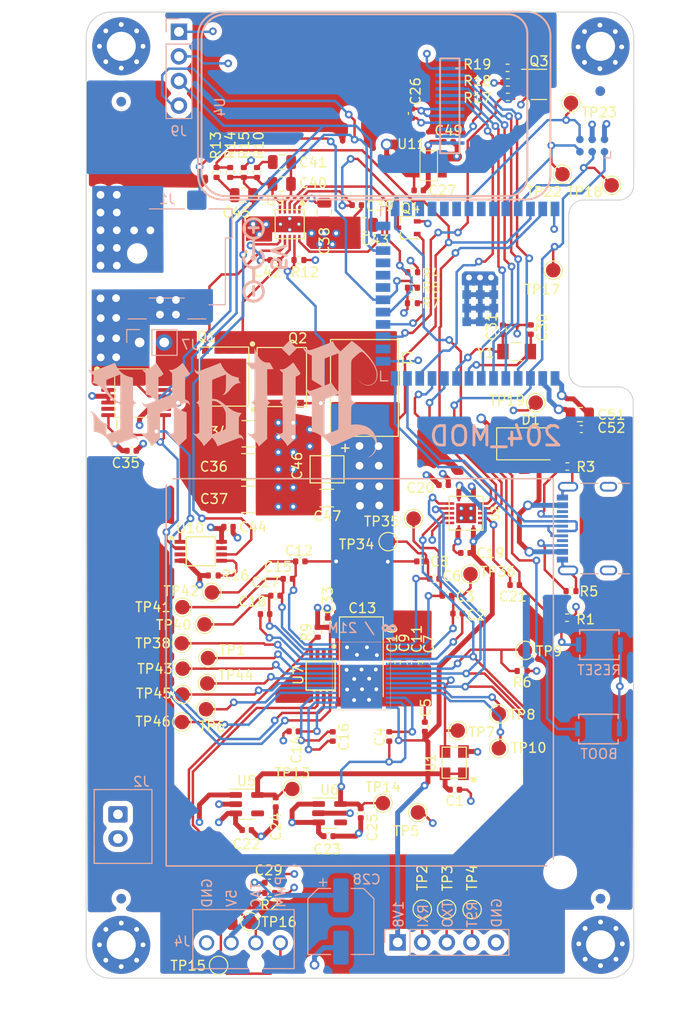
<source format=kicad_pcb>
(kicad_pcb (version 20221018) (generator pcbnew)
  (layers (0 "F.Cu" signal) (1 "In1.Cu" signal) (2 "In2.Cu" signal) (31 "B.Cu" signal) (34 "B.Paste" user) (35 "F.Paste" user) (36 "B.SilkS" user "B.Silkscreen") (37 "F.SilkS" user "F.Silkscreen") (38 "B.Mask" user) (39 "F.Mask" user) (44 "Edge.Cuts" user))
  (net 0 "")
  (net 1 "GND")
  (net 2 "/Power/VIN")
  (net 3 "/BM1366/1V8")
  (net 4 "/BM1366/INV_CLKO")
  (net 5 "/VDD")
  (net 6 "/ESP32/EN")
  (net 7 "/5V")
  (net 8 "/3V3")
  (net 9 "/TX")
  (net 10 "/RX")
  (net 11 "/BM1366/VDD3_0")
  (net 12 "/BM1366/VDD2_0")
  (net 13 "/RST")
  (net 14 "/BM1366/PIN_MODE")
  (net 15 "/Fan/FAN_TACH")
  (net 16 "/SCL")
  (net 17 "/Fan/FAN_PWM")
  (net 18 "/Power/OUT0")
  (net 19 "/Power/SW")
  (net 20 "/BM1366/0V8")
  (net 21 "/BM1366/VDD1_0")
  (net 22 "/BM1366/VDD1_1")
  (net 23 "/BM1366/VDD2_1")
  (net 24 "/BM1366/VDD3_1")
  (net 25 "Net-(Q4-D)")
  (net 26 "Net-(U9-COMP)")
  (net 27 "Net-(U9-BOOT)")
  (net 28 "Net-(C41-Pad2)")
  (net 29 "Net-(U9-BP)")
  (net 30 "/BM1366/CI")
  (net 31 "Net-(C45-Pad1)")
  (net 32 "/BM1366/RO")
  (net 33 "/BM1366/RST_N")
  (net 34 "Net-(Q1-G)")
  (net 35 "Net-(Q2-G)")
  (net 36 "/BM1366/RI")
  (net 37 "Net-(U10-FS0)")
  (net 38 "Net-(U12-GPIO19{slash}U1RTS{slash}ADC2_CH8{slash}CLK_OUT2{slash}USB_D-)")
  (net 39 "Net-(U12-GPIO20{slash}U1CTS{slash}ADC2_CH9{slash}CLK_OUT1{slash}USB_D+)")
  (net 40 "Net-(Q3-B)")
  (net 44 "/BM1366/CLKI")
  (net 45 "/BM1366/NRSTO")
  (net 46 "/BM1366/BO")
  (net 47 "/BM1366/CLKO")
  (net 48 "/BM1366/CO")
  (net 49 "/ESP32/P_TX")
  (net 50 "/ESP32/P_RX")
  (net 51 "/ESP32/IO0")
  (net 52 "/ESP32/XIN32")
  (net 54 "/BM1366/ADDR0")
  (net 55 "/ESP32/XOUT32")
  (net 56 "/Power/PGOOD")
  (net 60 "/Power/OUT1")
  (net 62 "/ESP32/PWR_EN")
  (net 63 "Net-(Q3-C)")
  (net 64 "/SDA")
  (net 66 "/ESP32/TFT_BLK")
  (net 69 "Net-(U4-LEDK)")
  (net 70 "/ESP32/TFT_DC")
  (net 71 "/ESP32/TFT_CS")
  (net 78 "/BM1366/BI")
  (net 79 "/PLUG_SENSE")
  (net 80 "/BM1366/ADDR1")
  (net 81 "Net-(D1-Pad2)")
  (net 87 "Net-(J8-CC1)")
  (net 88 "Net-(J8-CC2)")
  (net 92 "Net-(U14-VDDIO_18_1)")
  (net 93 "Net-(U14-VDDIO_08_1)")
  (net 94 "/ESP32/TFT_SCL")
  (net 95 "/ESP32/TFT_SDA")
  (net 96 "/ESP32/TFT_RES")
  (footprint "Capacitor_SMD:C_0805_2012Metric" (layer "F.Cu") (at 105.864 69.487 180)
    (fp_text reference "C43")
    (fp_text value "10uF")
  )
  (footprint "Capacitor_SMD:C_0402_1005Metric" (layer "F.Cu") (at 116.356 103.365 180)
    (fp_text reference "C19")
    (fp_text value "0.1uF")
  )
  (footprint "Diode_SMD:D_SMA" (layer "F.Cu") (at 123.0872 92.1004)
    (fp_text reference "D1")
    (fp_text value "SS310")
  )
  (footprint "Package_SO:TSSOP-16_4.4x5mm_P0.65mm" (layer "F.Cu") (at 82.348 86.862)
    (fp_text reference "U8")
    (fp_text value "INA260")
  )
  (footprint "Capacitor_SMD:C_0402_1005Metric" (layer "F.Cu") (at 112.268 114.6556 -90)
    (fp_text reference "C7")
    (fp_text value "0.1uF")
  )
  (footprint "Fiducial:Fiducial_1mm_Mask2mm" (layer "F.Cu") (at 130.275 55.679)
    (fp_text reference "FID2" hide)
    (fp_text value "Fiducial")
  )
  (footprint "Fiducial:Fiducial_1mm_Mask2mm" (layer "F.Cu") (at 130.302 139.065)
    (fp_text reference "FID4" hide)
    (fp_text value "Fiducial")
  )
  (footprint "Resistor_SMD:R_0402_1005Metric" (layer "F.Cu") (at 90.6496 64.079 -90)
    (fp_text reference "R13")
    (fp_text value "1.33k")
  )
  (footprint "Fiducial:Fiducial_1mm_Mask2mm" (layer "F.Cu") (at 80.808 139.065)
    (fp_text reference "FID3" hide)
    (fp_text value "Fiducial")
  )
  (footprint "Resistor_SMD:R_0402_1005Metric" (layer "F.Cu") (at 122.207 115.554 180)
    (fp_text reference "R6")
    (fp_text value "10k")
  )
  (footprint "Capacitor_SMD:C_0402_1005Metric" (layer "F.Cu") (at 115.25 127.81 180)
    (fp_text reference "C1")
    (fp_text value "0.1uF")
  )
  (footprint "TestPoint:TestPoint_Pad_D1.5mm" (layer "F.Cu") (at 87.0458 112.6998)
    (fp_text reference "TP38")
    (fp_text value "TestPoint")
  )
  (footprint "Package_TO_SOT_SMD:SOT-323_SC-70" (layer "F.Cu") (at 110.37 69.78 180)
    (fp_text reference "Q4")
    (fp_text value "2N7002K")
  )
  (footprint "Capacitor_SMD:C_0805_2012Metric" (layer "F.Cu") (at 97.4054 63.0058 180)
    (fp_text reference "C41")
    (fp_text value "1.5nF")
  )
  (footprint "TestPoint:TestPoint_Pad_D1.5mm" (layer "F.Cu") (at 123.61 87.85)
    (fp_text reference "TP19")
    (fp_text value "TestPoint")
  )
  (footprint "Resistor_SMD:R_0402_1005Metric" (layer "F.Cu") (at 110.875 75.979)
    (fp_text reference "R8")
    (fp_text value "1M")
  )
  (footprint "Capacitor_SMD:C_0402_1005Metric" (layer "F.Cu") (at 114.44 107.79 180)
    (fp_text reference "C3")
    (fp_text value "1uF")
  )
  (footprint "MountingHole:MountingHole_3.5mm" (layer "F.Cu") (at 81.1714 98.4298)
    (fp_text reference "H6" hide)
    (fp_text value "MountingHole")
  )
  (footprint "Resistor_SMD:R_0402_1005Metric" (layer "F.Cu") (at 127.254 107.304 180)
    (fp_text reference "R5")
    (fp_text value "5.1k")
  )
  (footprint "Capacitor_SMD:C_0805_2012Metric" (layer "F.Cu") (at 101.783 68.1616 -90)
    (fp_text reference "C38")
    (fp_text value "1uF")
  )
  (footprint "TestPoint:TestPoint_Pad_D1.5mm" (layer "F.Cu") (at 110.998 99.822)
    (fp_text reference "TP35")
    (fp_text value "TestPoint")
  )
  (footprint "TestPoint:TestPoint_Pad_D1.5mm" (layer "F.Cu") (at 111.44 130.16)
    (fp_text reference "TP5")
    (fp_text value "TestPoint")
  )
  (footprint "Capacitor_SMD:C_0402_1005Metric" (layer "F.Cu") (at 105.54 130.24 -90)
    (fp_text reference "C25")
    (fp_text value "1uF")
  )
  (footprint "Capacitor_SMD:C_0805_2012Metric" (layer "F.Cu") (at 93.472 66.42)
    (fp_text reference "C45")
    (fp_text value "470pF")
  )
  (footprint "bitaxe:SC32S-7PF20PPM" (layer "F.Cu") (at 121.6406 82.5754 180)
    (fp_text reference "Y1")
    (fp_text value "32.768kHz")
  )
  (footprint "TestPoint:TestPoint_Pad_D1.5mm" (layer "F.Cu") (at 94.107 141.4526)
    (fp_text reference "TP16")
    (fp_text value "TestPoint")
  )
  (footprint "TestPoint:TestPoint_Pad_D1.5mm" (layer "F.Cu") (at 90.8558 145.9484)
    (fp_text reference "TP15")
    (fp_text value "TestPoint")
  )
  (footprint "Package_TO_SOT_SMD:SOT-23-5" (layer "F.Cu") (at 93.753 129.308)
    (fp_text reference "U5")
    (fp_text value "MCP1824T-1802E")
  )
  (footprint "Capacitor_SMD:C_0805_2012Metric" (layer "F.Cu") (at 128.1684 89.0778)
    (fp_text reference "C51")
    (fp_text value "10uF")
  )
  (footprint "TestPoint:TestPoint_Pad_D1.5mm" (layer "F.Cu") (at 119.8 119.99)
    (fp_text reference "TP8")
    (fp_text value "TestPoint")
  )
  (footprint "TestPoint:TestPoint_Pad_D1.5mm" (layer "F.Cu") (at 127.254 56.896)
    (fp_text reference "TP23")
    (fp_text value "TestPoint")
  )
  (footprint "Package_TO_SOT_SMD:SOT-23-5" (layer "F.Cu") (at 102.32 130.24)
    (fp_text reference "U6")
    (fp_text value "MCP1824T-0802E")
  )
  (footprint "MountingHole:MountingHole_3.5mm" (layer "F.Cu") (at 126.06 136.36)
    (fp_text reference "H5" hide)
    (fp_text value "MountingHole")
  )
  (footprint "TestPoint:TestPoint_Pad_D1.5mm" (layer "F.Cu") (at 89.7636 114.2238)
    (fp_text reference "TP1")
    (fp_text value "TestPoint")
  )
  (footprint "Capacitor_SMD:C_0402_1005Metric" (layer "F.Cu") (at 108.485 122.318 90)
    (fp_text reference "C4")
    (fp_text value "1uF")
  )
  (footprint "TestPoint:TestPoint_Pad_D1.5mm" (layer "F.Cu") (at 87.1474 115.316)
    (fp_text reference "TP43")
    (fp_text value "TestPoint")
  )
  (footprint "Package_SO:TSSOP-8_3x3mm_P0.65mm" (layer "F.Cu") (at 101.3968 116.0272 -90)
    (fp_text reference "U7")
    (fp_text value "EMC2101")
  )
  (footprint "Capacitor_SMD:C_0402_1005Metric" (layer "F.Cu") (at 99.3 104.24 180)
    (fp_text reference "C12")
    (fp_text value "1uF")
  )
  (footprint "Capacitor_SMD:C_0402_1005Metric" (layer "F.Cu") (at 128.3208 90.5764)
    (fp_text reference "C52")
    (fp_text value "0.1uF")
  )
  (footprint "Resistor_SMD:R_0402_1005Metric" (layer "F.Cu") (at 126.837 110.052 180)
    (fp_text reference "R1")
    (fp_text value "10k")
  )
  (footprint "MountingHole:MountingHole_3mm_Pad_Via" (layer "F.Cu") (at 130.23501 51.12099)
    (fp_text reference "H7")
    (fp_text value "MountingHole_Pad")
  )
  (footprint "Capacitor_SMD:C_0402_1005Metric" (layer "F.Cu") (at 123.1022 80.3058 90)
    (fp_text reference "C30")
    (fp_text value "6.8pF")
  )
  (footprint "Fiducial:Fiducial_1mm_Mask2mm" (layer "F.Cu") (at 80.808 56.769)
    (fp_text reference "FID1" hide)
    (fp_text value "Fiducial")
  )
  (footprint "bitaxe:TXB0104" (layer "F.Cu") (at 116.422 99.265 -90)
    (fp_text reference "U2")
    (fp_text value "TXB0104RGYR")
  )
  (footprint "Resistor_SMD:R_0402_1005Metric" (layer "F.Cu") (at 94.8288 64.0836 -90)
    (fp_text reference "R10")
    (fp_text value "3.83k")
  )
  (footprint "TestPoint:TestPoint_Pad_D1.5mm" (layer "F.Cu") (at 90.17 107.442)
    (fp_text reference "TP42")
    (fp_text value "TestPoint")
  )
  (footprint "TestPoint:TestPoint_Pad_D1.5mm" (layer "F.Cu") (at 125.413 74.174)
    (fp_text reference "TP17")
    (fp_text value "TestPoint")
  )
  (footprint "bitaxe:FP1005R1-R15-R" (layer "F.Cu") (at 105.918 86.329 -90)
    (fp_text reference "L1")
    (fp_text value "150nH")
  )
  (footprint "Resistor_SMD:R_0402_1005Metric" (layer "F.Cu") (at 93.465 64.079 90)
    (fp_text reference "R15")
    (fp_text value "3.32k")
  )
  (footprint "Package_TO_SOT_SMD:SOT-23-3" (layer "F.Cu") (at 123.9465 54.991)
    (fp_text reference "Q3")
    (fp_text value "S8050")
  )
  (footprint "Capacitor_SMD:C_0402_1005Metric" (layer "F.Cu") (at 98.01 106.04 180)
    (fp_text reference "C15")
    (fp_text value "1uF")
  )
  (footprint "Resistor_SMD:R_0402_1005Metric" (layer "F.Cu") (at 90.308 105.695 180)
    (fp_text reference "R16")
    (fp_text value "80.6k")
  )
  (footprint "MountingHole:MountingHole_3mm_Pad_Via" (layer "F.Cu") (at 130.302 143.728)
    (fp_text reference "H9")
    (fp_text value "MountingHole_Pad")
  )
  (footprint "Capacitor_SMD:C_0402_1005Metric" (layer "F.Cu") (at 102.646 122.318 90)
    (fp_text reference "C16")
    (fp_text value "1uF")
  )
  (footprint "Capacitor_SMD:C_0402_1005Metric" (layer "F.Cu") (at 114.6 60.93 180)
    (fp_text reference "C49")
    (fp_text value "1uF")
  )
  (footprint "Capacitor_SMD:C_0402_1005Metric" (layer "F.Cu") (at 95.659 109.681 180)
    (fp_text reference "C18")
    (fp_text value "1uF")
  )
  (footprint "TestPoint:TestPoint_Pad_D1.5mm" (layer "F.Cu") (at 131.445 65.405)
    (fp_text reference "TP18")
    (fp_text value "TestPoint")
  )
  (footprint "Capacitor_SMD:C_0805_2012Metric" (layer "F.Cu") (at 97.383 65.268 180)
    (fp_text reference "C40")
    (fp_text value "180pF")
  )
  (footprint "Package_SO:TSSOP-8_3x3mm_P0.65mm" (layer "F.Cu") (at 89.018 103.195)
    (fp_text reference "U10")
    (fp_text value "DS4432U+")
  )
  (footprint "TestPoint:TestPoint_Pad_D1.5mm" (layer "F.Cu") (at 116.87 105.55)
    (fp_text reference "TP36")
    (fp_text value "TestPoint")
  )
  (footprint "Capacitor_SMD:C_0402_1005Metric" (layer "F.Cu") (at 105.13 67.45)
    (fp_text reference "C39")
    (fp_text value "3.3nF")
  )
  (footprint "TestPoint:TestPoint_Pad_D1.5mm" (layer "F.Cu") (at 89.6874 116.84)
    (fp_text reference "TP44")
    (fp_text value "TestPoint")
  )
  (footprint "MountingHole:MountingHole_3mm_Pad_Via" (layer "F.Cu") (at 80.808 143.83099)
    (fp_text reference "H10")
    (fp_text value "MountingHole_Pad")
  )
  (footprint "Capacitor_SMD:C_0402_1005Metric" (layer "F.Cu") (at 120.2182 80.3148 90)
    (fp_text reference "C31")
    (fp_text value "6.8pF")
  )
  (footprint "Capacitor_SMD:C_0402_1005Metric" (layer "F.Cu") (at 81.878 92.812 180)
    (fp_text reference "C35")
    (fp_text value "1uF")
  )
  (footprint "Capacitor_SMD:C_0402_1005Metric" (layer "F.Cu") (at 108.712 114.681 -90)
    (fp_text reference "C10")
    (fp_text value "1uF")
  )
  (footprint "Capacitor_SMD:C_0402_1005Metric" (layer "F.Cu") (at 111.1504 114.7064 -90)
    (fp_text reference "C11")
    (fp_text value "1uF")
  )
  (footprint "Resistor_SMD:R_0402_1005Metric" (layer "F.Cu") (at 92.0573 64.079 -90)
    (fp_text reference "R14")
    (fp_text value "4.99k")
  )
  (footprint "Resistor_SMD:R_0402_1005Metric" (layer "F.Cu") (at 120.6988 53.279 180)
    (fp_text reference "R19")
    (fp_text value "10")
  )
  (footprint "Capacitor_SMD:C_0402_1005Metric" (layer "F.Cu") (at 98.612 121.788 180)
    (fp_text reference "C14")
    (fp_text value "1uF")
  )
  (footprint "Capacitor_Tantalum_SMD:CP_EIA-7343-31_Kemet-D_Pad2.25x2.55mm_HandSolder" (layer "F.Cu") (at 105.6 114.56 -90)
    (fp_text reference "C13")
    (fp_text value "330uF")
  )
  (footprint "bitaxe:CSD17311Q5" (layer "F.Cu") (at 97.3896 85.2022 -90)
    (fp_text reference "Q2")
    (fp_text value "CSD17311Q5")
  )
  (footprint "Capacitor_SMD:C_0402_1005Metric" (layer "F.Cu") (at 102.1334 110.5662 90)
    (fp_text reference "C33")
    (fp_text value "0.1uF")
  )
  (footprint "Resistor_SMD:R_0402_1005Metric" (layer "F.Cu") (at 96.15 138.48)
    (fp_text reference "R2")
    (fp_text value "5.6k")
  )
  (footprint "TestPoint:TestPoint_Pad_D1.5mm" (layer "F.Cu") (at 114.41 140.15)
    (fp_text reference "TP3")
    (fp_text value "TestPoint")
  )
  (footprint "TestPoint:TestPoint_Pad_D1.5mm" (layer "F.Cu") (at 87.122 108.966)
    (fp_text reference "TP41")
    (fp_text value "TestPoint")
  )
  (footprint "Capacitor_SMD:C_0402_1005Metric" (layer "F.Cu") (at 110.8202 57.9882 90)
    (fp_text reference "C26")
    (fp_text value "0.1uF")
  )
  (footprint "Resistor_SMD:R_0402_1005Metric" (layer "F.Cu") (at 120.7262 56.279)
    (fp_text reference "R17")
    (fp_text value "1k")
  )
  (footprint "Capacitor_SMD:C_0402_1005Metric" (layer "F.Cu") (at 91.88 100.668)
    (fp_text reference "C44")
    (fp_text value "1uF")
  )
  (footprint "Resistor_SMD:R_0402_1005Metric" (layer "F.Cu") (at 120.7242 54.779 180)
    (fp_text reference "R18")
    (fp_text value "10k")
  )
  (footprint "bitaxe:TPS40305" (layer "F.Cu") (at 98.201691 69.4222 -90)
    (fp_text reference "U9")
    (fp_text value "TPS40305")
  )
  (footprint "TestPoint:TestPoint_Pad_D1.5mm" (layer "F.Cu") (at 108.37 102.2)
    (fp_text reference "TP34")
    (fp_text value "TestPoint")
  )
  (footprint "TestPoint:TestPoint_Pad_D1.5mm" (layer "F.Cu") (at 87.0712 120.8278)
    (fp_text reference "TP46")
    (fp_text value "TestPoint")
  )
  (footprint "MountingHole:MountingHole_3mm_Pad_Via" (layer "F.Cu") (at 80.808 51.054)
    (fp_text reference "H8" hide)
    (fp_text value "MountingHole_Pad")
  )
  (footprint "Capacitor_SMD:C_0402_1005Metric" (layer "F.Cu") (at 93.775 131.979)
    (fp_text reference "C22")
    (fp_text value "1uF")
  )
  (footprint "TestPoint:TestPoint_Pad_D1.5mm" (layer "F.Cu") (at 119.8 123.54)
    (fp_text reference "TP10")
    (fp_text value "TestPoint")
  )
  (footprint "Capacitor_SMD:C_0402_1005Metric" (layer "F.Cu") (at 121.44 106.68 180)
    (fp_text reference "C21")
    (fp_text value "1uF")
  )
  (footprint "Capacitor_SMD:C_0402_1005Metric" (layer "F.Cu") (at 113.14 106.03 180)
    (fp_text reference "C6")
    (fp_text value "1uF")
  )
  (footprint "bitaxe:CAP_2R5TPE220MAFB" (layer "F.Cu") (at 102.0596 94.7322 180)
    (fp_text reference "C46")
    (fp_text value "220uF")
  )
  (footprint "bitaxe:CSD17311Q5" (layer "F.Cu") (at 91.427887 85.158364 90)
    (fp_text reference "Q1")
    (fp_text value "CSD17311Q5")
  )
  (footprint "Capacitor_SMD:C_0402_1005Metric" (layer "F.Cu") (at 96.6698 73.128)
    (fp_text reference "C42")
    (fp_text value "0.1uF")
  )
  (footprint "TestPoint:TestPoint_Pad_D1.5mm" (layer "F.Cu") (at 115.56 121.71)
    (fp_text reference "TP7")
    (fp_text value "TestPoint")
  )
  (footprint "Capacitor_SMD:C_1210_3225Metric" (layer "F.Cu") (at 93.9896 91.0622)
    (fp_text reference "C34")
    (fp_text value "47uF")
  )
  (footprint "TestPoint:TestPoint_Pad_D1.5mm" (layer "F.Cu") (at 89.408 110.744)
    (fp_text reference "TP40")
    (fp_text value "TestPoint")
  )
  (footprint "TestPoint:TestPoint_Pad_D1.5mm" (layer "F.Cu") (at 117.04 140.19 90)
    (fp_text reference "TP4")
    (fp_text value "TestPoint")
  )
  (footprint "bitaxe:O 25,0-JO32-B-1V3-1-T1-LF" (layer "F.Cu") (at 115.19 125.02 90)
    (fp_text reference "U1")
    (fp_text value "25MHz")
  )
  (footprint "TestPoint:TestPoint_Pad_D1.5mm" (layer "F.Cu") (at 98.473 127.736)
    (fp_text reference "TP13")
    (fp_text value "TestPoint")
  )
  (footprint "Resistor_SMD:R_0402_1005Metric" (layer "F.Cu") (at 99.1602 73.1234)
    (fp_text reference "R12")
    (fp_text value "4.12k")
  )
  (footprint "Resistor_SMD:R_0402_1005Metric" (layer "F.Cu") (at 110.9 74.379 180)
    (fp_text reference "R4")
    (fp_text value "10k")
  )
  (footprint "Capacitor_SMD:C_0402_1005Metric" (layer "F.Cu") (at 115.54 109.624 180)
    (fp_text reference "C2")
    (fp_text value "1uF")
  )
  (footprint "Resistor_SMD:R_0402_1005Metric" (layer "F.Cu") (at 110.875 77.579)
    (fp_text reference "R7")
    (fp_text value "10k")
  )
  (footprint "Capacitor_SMD:C_0402_1005Metric" (layer "F.Cu") (at 102.21 132.61)
    (fp_text reference "C23")
    (fp_text value "1uF")
  )
  (footprint "TestPoint:TestPoint_Pad_D1.5mm" (layer "F.Cu") (at 89.5604 119.507)
    (fp_text reference "TP6")
    (fp_text value "TestPoint")
  )
  (footprint "Capacitor_SMD:C_0402_1005Metric" (layer "F.Cu") (at 112.16 121.32 90)
    (fp_text reference "C5")
    (fp_text value "1uF")
  )
  (footprint "TestPoint:TestPoint_Pad_D1.5mm" (layer "F.Cu") (at 122.5 113.43)
    (fp_text reference "TP9")
    (fp_text value "TestPoint")
  )
  (footprint "Resistor_SMD:R_0402_1005Metric" (layer "F.Cu") (at 101.092 111.5568 90)
    (fp_text reference "R9")
    (fp_text value "10k")
  )
  (footprint "Capacitor_SMD:C_0402_1005Metric" (layer "F.Cu") (at 96.73 107.78 180)
    (fp_text reference "C17")
    (fp_text value "1uF")
  )
  (footprint "Capacitor_SMD:C_0402_1005Metric" (layer "F.Cu") (at 111.81 104.24 180)
    (fp_text reference "C8")
    (fp_text value "1uF")
  )
  (footprint "Capacitor_SMD:C_0402_1005Metric" (layer "F.Cu") (at 96.12 137.41)
    (fp_text reference "C29")
    (fp_text value "0.1uF")
  )
  (footprint "TestPoint:TestPoint_Pad_D1.5mm" (layer "F.Cu") (at 107.83 129.2)
    (fp_text reference "TP14")
    (fp_text value "TestPoint")
  )
  (footprint "TestPoint:TestPoint_Pad_D1.5mm" (layer "F.Cu") (at 87.122 117.983)
    (fp_text reference "TP45")
    (fp_text value "TestPoint")
  )
  (footprint "Resistor_SMD:R_0402_1005Metric" (layer "F.Cu") (at 126.872 94.441 180)
    (fp_text reference "R3")
    (fp_text value "5.1k")
  )
  (footprint "Capacitor_SMD:C_0402_1005Metric" (layer "F.Cu") (at 111.531 65.931)
    (fp_text reference "C27")
    (fp_text value "1uF")
  )
  (footprint "TestPoint:TestPoint_Pad_D1.5mm" (layer "F.Cu") (at 126.365 64.262)
    (fp_text reference "TP22")
    (fp_text value "TestPoint")
  )
  (footprint "TestPoint:TestPoint_Pad_D1.5mm" (layer "F.Cu") (at 111.89 140.15)
    (fp_text reference "TP2")
    (fp_text value "TestPoint")
  )
  (footprint "Capacitor_SMD:C_0402_1005Metric" (layer "F.Cu") (at 114.102 96.355 180)
    (fp_text reference "C20")
    (fp_text value "0.1uF")
  )
  (footprint "Capacitor_SMD:C_1206_3216Metric" (layer "F.Cu") (at 102.0196 97.7022 180)
    (fp_text reference "C47")
    (fp_text value "100uF")
  )
  (footprint "Capacitor_SMD:C_0402_1005Metric" (layer "F.Cu") (at 96.763 129.118 -90)
    (fp_text reference "C24")
    (fp_text value "1uF")
  )
  (footprint "Capacitor_SMD:C_1210_3225Metric" (layer "F.Cu") (at 93.9496 94.4722)
    (fp_text reference "C36")
    (fp_text value "47uF")
  )
  (footprint "Capacitor_SMD:C_0402_1005Metric" (layer "F.Cu") (at 109.982 114.71 -90)
    (fp_text reference "C9")
    (fp_text value "0.1uF")
  )
  (footprint "bitaxe:RT9080-33GJ5" (layer "F.Cu") (at 112.563 63.38)
    (fp_text reference "U11")
    (fp_text value "RT9080-33GJ5")
  )
  (footprint "Capacitor_SMD:C_1210_3225Metric" (layer "F.Cu") (at 93.9496 97.8322)
    (fp_text reference "C37")
    (fp_text value "47uF")
  )
  (footprint "bitaxe:470531000" (layer "B.Cu") (at 89.621 143.622)
    (fp_text reference "J4")
    (fp_text value "Conn_01x04")
  )
  (footprint "Connector_PinSocket_2.54mm:PinSocket_1x04_P2.54mm_Vertical" (layer "B.Cu") (at 86.7664 49.5554 180)
    (fp_text reference "J9")
    (fp_text value "Conn_01x04")
  )
  (footprint "bitaxe:ST7789-176x320" (layer "B.Cu") (at 114.234999 57.25138 -90)
    (fp_text reference "U4")
    (fp_text value "176x320_st7789")
  )
  (footprint "Fiducial:Fiducial_1mm_Mask2mm" (layer "B.Cu") (at 130.302 139.065 180)
    (fp_text reference "FID7" hide)
    (fp_text value "Fiducial")
  )
  (footprint "Connector_PinHeader_2.54mm:PinHeader_1x02_P2.54mm_Vertical" (layer "B.Cu") (at 82.708 81.632 -90)
    (fp_text reference "J7")
    (fp_text value "Conn_01x02")
  )
  (footprint "Connector_PinHeader_2.54mm:PinHeader_1x05_P2.54mm_Vertical" (layer "B.Cu") (at 109.35 143.58 -90)
    (fp_text reference "J3" hide)
    (fp_text value "Conn_01x05")
  )
  (footprint "Connector_USB:USB_C_Receptacle_GCT_USB4105-xx-A_16P_TopMnt_Horizontal" (layer "B.Cu") (at 130.048 100.85 -90)
    (fp_text reference "J8" hide)
    (fp_text value "USB_C_Receptacle_USB2.0")
  )
  (footprint "bitaxe:ESP32-S3-WROOM-1" (layer "B.Cu") (at 117.343 76.594 90)
    (fp_text reference "U12" hide)
    (fp_text value "ESP32-S3-WROOM-1")
  )
  (footprint "bitaxe:Tag-Connect_TC2030-IDC-NL_2x03_P1.27mm_Vertical" (layer "B.Cu") (at 129.4395 61.304 180)
    (fp_text reference "J5" hide)
    (fp_text value "TC2030-IDC")
  )
  (footprint "bitaxe:logo" (layer "B.Cu") (at 92.837 87.879 180)
    (fp_text reference "G***" hide)
    (fp_text value "LOGO" hide)
  )
  (footprint "Fiducial:Fiducial_1mm_Mask2mm" (layer "B.Cu") (at 80.808 139.065 180)
    (fp_text reference "FID8" hide)
    (fp_text value "Fiducial")
  )
  (footprint "bitaxe:BM1366" (layer "B.Cu") (at 105.612 116.068 180)
    (fp_text reference "U14" hide)
    (fp_text value "BM1366_mode1")
  )
  (footprint "Capacitor_SMD:CP_Elec_6.3x7.7" (layer "B.Cu") (at 103.49 141.42 -90)
    (fp_text reference "C28")
    (fp_text value "220uF")
  )
  (footprint "bitaxe:BarrelJack_Wuerth_694106106102_2.0x5.5mm" (layer "B.Cu") (at 85.533 72.442 90)
    (fp_text reference "J1")
    (fp_text value "54-00164")
  )
  (footprint "bitaxe:SW_CS1213AGF260_CRS" (layer "B.Cu") (at 130.186 112.842 180)
    (fp_text reference "SW1" hide)
    (fp_text value "GT-TC029B-H025-L1N")
  )
  (footprint "bitaxe:polarity" (layer "B.Cu") (at 94.479 72.902 90)
    (fp_text reference "U3" hide)
    (fp_text value "~")
  )
  (footprint "Fiducial:Fiducial_1mm_Mask2mm" (layer "B.Cu") (at 130.275 55.679 180)
    (fp_text reference "FID5" hide)
    (fp_text value "Fiducial")
  )
  (footprint "bitaxe:JST_XH_B2B-XH-A_1x02_P2.50mm_Vertical" (layer "B.Cu") (at 80.47 130.36 -90)
    (fp_text reference "J2")
    (fp_text value "Conn_01x02")
  )
  (footprint "bitaxe:SW_CS1213AGF260_CRS" (layer "B.Cu") (at 130.082 121.549 180)
    (fp_text reference "SW2" hide)
    (fp_text value "GT-TC029B-H025-L1N")
  )
  (footprint "Fiducial:Fiducial_1mm_Mask2mm" (layer "B.Cu") (at 80.808 56.769 180)
    (fp_text reference "FID6" hide)
    (fp_text value "Fiducial")
  )
  (gr_rect (start 85.45 95.7) (end 125.43 135.69) (stroke (width 0.15)) (fill none) (layer "B.SilkS"))
  (gr_arc (start 127.019513 68.468688) (mid 127.475 67.379) (end 128.566631 66.92819) (stroke (width 0.1)) (layer "Edge.Cuts"))
  (gr_line (start 127.019513 68.468688) (end 127.034502 84.679029) (stroke (width 0.1)) (layer "Edge.Cuts"))
  (gr_line (start 79.729 47.522) (end 131.192 47.522) (stroke (width 0.1)) (layer "Edge.Cuts"))
  (gr_arc (start 133.732 144.744) (mid 132.988051 146.540051) (end 131.192 147.284) (stroke (width 0.1)) (layer "Edge.Cuts"))
  (gr_arc (start 131.192 47.522) (mid 132.988051 48.265949) (end 133.732 50.062) (stroke (width 0.1)) (layer "Edge.Cuts"))
  (gr_arc (start 77.189 50.062) (mid 77.932949 48.265949) (end 79.729 47.522) (stroke (width 0.1)) (layer "Edge.Cuts"))
  (gr_line (start 133.675 87.770631) (end 133.732 144.744) (stroke (width 0.1)) (layer "Edge.Cuts"))
  (gr_line (start 131.192 147.284) (end 79.729 147.284) (stroke (width 0.1)) (layer "Edge.Cuts"))
  (gr_line (start 128.575 86.226147) (end 132.134502 86.223513) (stroke (width 0.1)) (layer "Edge.Cuts"))
  (gr_arc (start 133.729287 65.389312) (mid 133.2738 66.479) (end 132.182169 66.92981) (stroke (width 0.1)) (layer "Edge.Cuts"))
  (gr_line (start 128.566631 66.92819) (end 132.182169 66.92981) (stroke (width 0.1)) (layer "Edge.Cuts"))
  (gr_line (start 133.732 50.062) (end 133.729287 65.389312) (stroke (width 0.1)) (layer "Edge.Cuts"))
  (gr_arc (start 128.575 86.226147) (mid 127.485312 85.77066) (end 127.034502 84.679029) (stroke (width 0.1)) (layer "Edge.Cuts"))
  (gr_arc (start 79.729 147.284) (mid 77.932949 146.540051) (end 77.189 144.744) (stroke (width 0.1)) (layer "Edge.Cuts"))
  (gr_arc (start 132.134502 86.223513) (mid 133.22419 86.679) (end 133.675 87.770631) (stroke (width 0.1)) (layer "Edge.Cuts"))
  (gr_line (start 77.189 144.744) (end 77.189 50.062) (stroke (width 0.1)) (layer "Edge.Cuts"))
  (gr_text "RST" (at 117.0475 140.699666 90) (layer "B.SilkS") (effects (font (size 1 1)) (justify mirror)))
  (gr_text "5V" (at 92.209 139.018 90) (layer "B.SilkS") (effects (font (size 1 1)) (justify mirror)))
  (gr_text "1V8" (at 109.45 140.675857 90) (layer "B.SilkS") (effects (font (size 1 1)) (justify mirror)))
  (gr_text "/ 21M" (at 104.55 111.11) (layer "B.SilkS") (effects (font (size 1 1)) (justify mirror)))
  (gr_text "∞" (at 108.47 110.96) (layer "B.SilkS") (effects (font (size 2 2) (thickness 0.25)) (justify mirror)))
  (gr_text "5V" (at 96.139 74.422 -90) (layer "B.SilkS") (effects (font (size 1.5 1.5) (thickness 0.3) bold) (justify left bottom mirror)))
  (gr_text "204_MOD" (at 126.475 92.479) (layer "B.SilkS") (effects (font (size 2 2) (thickness 0.3)) (justify left bottom mirror)))
  (gr_text "RXI" (at 111.9825 140.842524 90) (layer "B.SilkS") (effects (font (size 1 1)) (justify mirror)))
  (gr_text "PWM" (at 97.265 138.363 90) (layer "B.SilkS") (effects (font (size 1 1)) (justify mirror)))
  (gr_text "GND" (at 119.58 140.533 90) (layer "B.SilkS") (effects (font (size 1 1)) (justify mirror)))
  (gr_text "TXO" (at 114.515 140.675857 90) (layer "B.SilkS") (effects (font (size 1 1)) (justify mirror)))
  (gr_text "TAC" (at 94.7325 138.696333 90) (layer "B.SilkS") (effects (font (size 1 1)) (justify mirror)))
  (gr_text "GND" (at 89.6675 138.482048 90) (layer "B.SilkS") (effects (font (size 1 1)) (justify mirror)))
  (segment (start 90.897 129.309) (end 90.898 129.308) (width 0.508) (layer "F.Cu") (net 1))
  (segment (start 112.513 63.759) (end 112.513 65.429) (width 0.508) (layer "F.Cu") (net 1))
  (segment (start 94.214574 62.819426) (end 93.465 63.569) (width 0.254) (layer "F.Cu") (net 1))
  (segment (start 112.513 65.429) (end 112.011 65.931) (width 0.508) (layer "F.Cu") (net 1))
  (segment (start 116.91 128.21) (end 116.91 128.99) (width 0.254) (layer "F.Cu") (net 1))
  (segment (start 111.18905 63.376) (end 111.18505 63.38) (width 0.508) (layer "F.Cu") (net 1))
  (segment (start 123.698 115.554) (end 122.717 115.554) (width 0.254) (layer "F.Cu") (net 1))
  (segment (start 120.96 105.8216) (end 120.96 106.68) (width 0.254) (layer "F.Cu") (net 1))
  (segment (start 122.809 56.145) (end 122.809 55.941) (width 0.254) (layer "F.Cu") (net 1))
  (segment (start 112.9225 101.108938) (end 114.266438 99.765) (width 0.254) (layer "F.Cu") (net 1))
  (segment (start 117.602 123.903) (end 117.569 123.87) (width 0.508) (layer "F.Cu") (net 1))
  (segment (start 111.88 130.16) (end 112.98 131.26) (width 0.254) (layer "F.Cu") (net 1))
  (segment (start 115.13 103.06) (end 115.13 102.6317) (width 0.254) (layer "F.Cu") (net 1))
  (segment (start 115.5737 102.188) (end 115.5737 101.0483) (width 0.508) (layer "F.Cu") (net 1))
  (segment (start 119.244158 100.431596) (end 119.244158 104.105758) (width 0.254) (layer "F.Cu") (net 1))
  (segment (start 102.86 132.61) (end 105.04 132.61) (width 0.508) (layer "F.Cu") (net 1))
  (segment (start 115.13 102.6317) (end 115.5737 102.188) (width 0.254) (layer "F.Cu") (net 1))
  (segment (start 128.8008 89.3954) (end 129.1184 89.0778) (width 0.254) (layer "F.Cu") (net 1))
  (segment (start 95.179 111.194) (end 96.109 112.124) (width 0.254) (layer "F.Cu") (net 1))
  (segment (start 126.464 87.094) (end 126.8222 87.4522) (width 0.508) (layer "F.Cu") (net 1))
  (segment (start 118.577562 99.765) (end 119.244158 100.431596) (width 0.254) (layer "F.Cu") (net 1))
  (segment (start 97.494 136.516) (end 96.6 137.41) (width 0.254) (layer "F.Cu") (net 1))
  (segment (start 112.16 118.803) (end 112.158 118.801) (width 0.254) (layer "F.Cu") (net 1))
  (segment (start 100.8426 73.1234) (end 100.8506 73.1314) (width 0.254) (layer "F.Cu") (net 1))
  (segment (start 104.914 68.586) (end 104.914 69.487) (width 0.254) (layer "F.Cu") (net 1))
  (segment (start 123.1022 79.8258) (end 121.9282 79.8258) (width 0.254) (layer "F.Cu") (net 1))
  (segment (start 110.856 121.838) (end 110.862 121.832) (width 0.254) (layer "F.Cu") (net 1))
  (segment (start 112.512 61.25) (end 112.812 60.95) (width 0.508) (layer "F.Cu") (net 1))
  (segment (start 116.02 109.624) (end 116.02 111.630284) (width 0.254) (layer "F.Cu") (net 1))
  (segment (start 114.1 60.95) (end 114.12 60.93) (width 0.508) (layer "F.Cu") (net 1))
  (segment (start 127.382 96.091) (end 126.943 96.53) (width 0.254) (layer "F.Cu") (net 1))
  (segment (start 92.378 101.355) (end 92.818 101.795) (width 0.508) (layer "F.Cu") (net 1))
  (segment (start 121.6914 80.0626) (end 121.6914 80.7212) (width 0.254) (layer "F.Cu") (net 1))
  (segment (start 101.242 122.727) (end 99.393 122.727) (width 0.254) (layer "F.Cu") (net 1))
  (segment (start 126.293 87.094) (end 126.464 87.094) (width 0.508) (layer "F.Cu") (net 1))
  (segment (start 111.5848 57.5082) (end 111.7854 57.7088) (width 0.254) (layer "F.Cu") (net 1))
  (segment (start 80.9019 92.812) (end 81.398 92.812) (width 0.508) (layer "F.Cu") (net 1))
  (segment (start 127.764 105.991) (end 126.943 105.17) (width 0.254) (layer "F.Cu") (net 1))
  (segment (start 92.35 100.838) (end 92.35 101.228) (width 0.508) (layer "F.Cu") (net 1))
  (segment (start 77.833 87.187) (end 77.798 87.152) (width 0.508) (layer "F.Cu") (net 1))
  (segment (start 88.918 105.695) (end 87.393 104.17) (width 0.508) (layer "F.Cu") (net 1))
  (segment (start 115.9 127.81) (end 116.51 127.81) (width 0.254) (layer "F.Cu") (net 1))
  (segment (start 105.61 67.45) (end 105.61 67.89) (width 0.254) (layer "F.Cu") (net 1))
  (segment (start 127.764 107.304) (end 127.764 105.991) (width 0.254) (layer "F.Cu") (net 1))
  (segment (start 105.54 132.11) (end 105.54 130.89) (width 0.508) (layer "F.Cu") (net 1))
  (segment (start 117.569 123.87) (end 116.14 123.87) (width 0.508) (layer "F.Cu") (net 1))
  (segment (start 112.513 63.759) (end 112.513 61.251) (width 0.508) (layer "F.Cu") (net 1))
  (segment (start 88.918 106.615) (end 88.888 106.645) (width 0.508) (layer "F.Cu") (net 1))
  (segment (start 127.4928 87.4522) (end 129.1184 89.0778) (width 0.508) (layer "F.Cu") (net 1))
  (segment (start 102.131 121.838) (end 101.242 122.727) (width 0.254) (layer "F.Cu") (net 1))
  (segment (start 96.763 131.278) (end 96.783 131.298) (width 0.508) (layer "F.Cu") (net 1))
  (segment (start 112.9225 102.037) (end 112.9225 101.108938) (width 0.254) (layer "F.Cu") (net 1))
  (segment (start 101.1825 130.24) (end 104.43 130.24) (width 0.508) (layer "F.Cu") (net 1))
  (segment (start 120.2182 79.8348) (end 121.4308 79.8348) (width 0.254) (layer "F.Cu") (net 1))
  (segment (start 105.04 132.61) (end 105.54 132.11) (width 0.508) (layer "F.Cu") (net 1))
  (segment (start 115.876 103.365) (end 115.435 103.365) (width 0.254) (layer "F.Cu") (net 1))
  (segment (start 112.13 63.376) (end 111.18905 63.376) (width 0.508) (layer "F.Cu") (net 1))
  (segment (start 127.382 94.441) (end 127.382 96.091) (width 0.254) (layer "F.Cu") (net 1))
  (segment (start 112.24 69.13) (end 111.37 69.13) (width 0.254) (layer "F.Cu") (net 1))
  (segment (start 118.107 99.765) (end 118.577562 99.765) (width 0.254) (layer "F.Cu") (net 1))
  (segment (start 121.4308 79.8348) (end 121.6914 80.0954) (width 0.254) (layer "F.Cu") (net 1))
  (segment (start 88.918 105.695) (end 88.918 106.615) (width 0.508) (layer "F.Cu") (net 1))
  (segment (start 115.435 103.365) (end 115.13 103.06) (width 0.254) (layer "F.Cu") (net 1))
  (segment (start 94.896 132.62) (end 94.255 131.979) (width 0.508) (layer "F.Cu") (net 1))
  (segment (start 122.075 57.079) (end 122.075 56.879) (width 0.254) (layer "F.Cu") (net 1))
  (segment (start 95.179 109.681) (end 95.179 111.194) (width 0.254) (layer "F.Cu") (net 1))
  (segment (start 121.6914 80.0954) (end 121.6914 80.7212) (width 0.254) (layer "F.Cu") (net 1))
  (segment (start 116.02 111.630284) (end 115.099642 112.550642) (width 0.254) (layer "F.Cu") (net 1))
  (segment (start 110.8202 57.5082) (end 111.5848 57.5082) (width 0.254) (layer "F.Cu") (net 1))
  (segment (start 97.551 122.045) (end 97.551 122.747) (width 0.254) (layer "F.Cu") (net 1))
  (segment (start 126.8222 87.4522) (end 127.4928 87.4522) (width 0.508) (layer "F.Cu") (net 1))
  (segment (start 112.592 95.325) (end 113.622 96.355) (width 0.508) (layer "F.Cu") (net 1))
  (segment (start 115.5737 101.0483) (end 115.672 100.95) (width 0.508) (layer "F.Cu") (net 1))
  (segment (start 90.898 129.308) (end 92.6155 129.308) (width 0.508) (layer "F.Cu") (net 1))
  (segment (start 105.61 67.89) (end 104.914 68.586) (width 0.254) (layer "F.Cu") (net 1))
  (segment (start 108.485 121.838) (end 110.856 121.838) (width 0.254) (layer "F.Cu") (net 1))
  (segment (start 102.0826 109.0676) (end 102.1334 109.1184) (width 0.508) (layer "F.Cu") (net 1))
  (segment (start 121.9282 79.8258) (end 121.6914 80.0626) (width 0.254) (layer "F.Cu") (net 1))
  (segment (start 96.763 129.768) (end 96.763 131.278) (width 0.508) (layer "F.Cu") (net 1))
  (segment (start 111.44 130.16) (end 111.88 130.16) (width 0.254) (layer "F.Cu") (net 1))
  (segment (start 119.244158 104.105758) (end 120.96 105.8216) (width 0.254) (layer "F.Cu") (net 1))
  (segment (start 97.808 121.788) (end 97.551 122.045) (width 0.254) (layer "F.Cu") (net 1))
  (segment (start 112.812 60.95) (end 114.1 60.95) (width 0.508) (layer "F.Cu") (net 1))
  (segment (start 112.318 95.325) (end 112.592 95.325) (width 0.508) (layer "F.Cu") (net 1))
  (segment (start 112.16 120.84) (end 112.16 118.803) (width 0.254) (layer "F.Cu") (net 1))
  (segment (start 79.4855 87.187) (end 77.833 87.187) (width 0.508) (layer "F.Cu") (net 1))
  (segment (start 116.51 127.81) (end 116.91 128.21) (width 0.254) (layer "F.Cu") (net 1))
  (segment (start 112.513 61.251) (end 112.512 61.25) (width 0.508) (layer "F.Cu") (net 1))
  (segment (start 80.1689 92.079) (end 80.9019 92.812) (width 0.508) (layer "F.Cu") (net 1))
  (segment (start 88.918 105.695) (end 89.798 105.695) (width 0.508) (layer "F.Cu") (net 1))
  (segment (start 99.6702 73.1234) (end 100.8426 73.1234) (width 0.254) (layer "F.Cu") (net 1))
  (segment (start 79.4855 86.537) (end 79.4855 87.187) (width 0.4) (layer "F.Cu") (net 1))
  (segment (start 114.266438 99.765) (end 114.737 99.765) (width 0.254) (layer "F.Cu") (net 1))
  (segment (start 102.1334 109.1184) (end 102.1334 110.0862) (width 0.508) (layer "F.Cu") (net 1))
  (segment (start 98.682 136.516) (end 97.494 136.516) (width 0.254) (layer "F.Cu") (net 1))
  (segment (start 98.132 121.788) (end 97.808 121.788) (width 0.254) (layer "F.Cu") (net 1))
  (segment (start 112.46 69.35) (end 112.24 69.13) (width 0.254) (layer "F.Cu") (net 1))
  (segment (start 112.513 63.759) (end 112.13 63.376) (width 0.508) (layer "F.Cu") (net 1))
  (segment (start 79.4855 87.837) (end 79.4855 87.187) (width 0.4) (layer "F.Cu") (net 1))
  (segment (start 85.2105 87.837) (end 86.653 87.837) (width 0.508) (layer "F.Cu") (net 1))
  (segment (start 102.646 121.838) (end 102.131 121.838) (width 0.254) (layer "F.Cu") (net 1))
  (segment (start 95.461 132.62) (end 94.896 132.62) (width 0.508) (layer "F.Cu") (net 1))
  (segment (start 128.8008 90.5764) (end 128.8008 89.3954) (width 0.254) (layer "F.Cu") (net 1))
  (segment (start 122.075 56.879) (end 122.809 56.145) (width 0.254) (layer "F.Cu") (net 1))
  (segment (start 87.393 104.17) (end 86.868 104.17) (width 0.508) (layer "F.Cu") (net 1))
  (segment (start 96.783 131.298) (end 95.461 132.62) (width 0.508) (layer "F.Cu") (net 1))
  (via (at 95.067 70.471) (size 0.8) (drill 0.4) (layers "F.Cu" "B.Cu") (net 1))
  (via (at 80.348 73.6995) (size 1.2) (drill 0.8) (layers "F.Cu" "B.Cu") (net 1))
  (via (at 80.348 68.217) (size 1.2) (drill 0.8) (layers "F.Cu" "B.Cu") (net 1))
  (via (at 77.798 87.152) (size 0.8) (drill 0.4) (layers "F.Cu" "B.Cu") (net 1))
  (via (at 100.8506 73.1314) (size 0.8) (drill 0.4) (layers "F.Cu" "B.Cu") (net 1))
  (via (at 80.348 70.0445) (size 1.2) (drill 0.8) (layers "F.Cu" "B.Cu") (net 1))
  (via (at 116.91 128.99) (size 0.8) (drill 0.4) (layers "F.Cu" "B.Cu") (net 1))
  (via (at 80.348 71.872) (size 1.2) (drill 0.8) (layers "F.Cu" "B.Cu") (net 1))
  (via (at 97.028 98.592) (size 0.8) (drill 0.4) (layers "F.Cu" "B.Cu") (net 1))
  (via (at 78.668 66.392) (size 1.2) (drill 0.8) (layers "F.Cu" "B.Cu") (net 1))
  (via (at 82.138 70.062) (size 1.2) (drill 0.8) (layers "F.Cu" "B.Cu") (net 1))
  (via (at 125.513 69.924) (size 0.8) (drill 0.4) (layers "F.Cu" "B.Cu") (net 1))
  (via (at 112.98 131.26) (size 0.8) (drill 0.4) (layers "F.Cu" "B.Cu") (net 1))
  (via (at 96.109 112.124) (size 0.8) (drill 0.4) (layers "F.Cu" "B.Cu") (net 1))
  (via (at 83.818 70.0595) (size 1.2) (drill 0.8) (layers "F.Cu" "B.Cu") (net 1))
  (via (at 97.028 92.9706) (size 0.8) (drill 0.4) (layers "F.Cu" "B.Cu") (net 1))
  (via (at 112.46 69.35) (size 0.8) (drill 0.4) (layers "F.Cu" "B.Cu") (net 1))
  (via (at 100.288 92.362) (size 0.8) (drill 0.4) (layers "F.Cu" "B.Cu") (net 1))
  (via (at 106.396 118.533) (size 0.8) (drill 0.4) (layers "F.Cu" "B.Cu") (net 1))
  (via (at 97.028 89.922) (size 0.8) (drill 0.4) (layers "F.Cu" "B.Cu") (net 1))
  (via (at 110.862 121.832) (size 0.8) (drill 0.4) (layers "F.Cu" "B.Cu") (net 1))
  (via (at 98.568 89.922) (size 0.8) (drill 0.4) (layers "F.Cu" "B.Cu") (net 1))
  (via (at 78.668 70.047) (size 1.2) (drill 0.8) (layers "F.Cu" "B.Cu") (net 1))
  (via (at 104.082 115.436) (size 0.8) (drill 0.4) (layers "F.Cu" "B.Cu") (net 1))
  (via (at 98.682 136.516) (size 0.8) (drill 0.4) (layers "F.Cu" "B.Cu") (net 1))
  (via (at 98.568 98.592) (size 0.8) (drill 0.4) (layers "F.Cu" "B.Cu") (net 1))
  (via (at 99.393 122.727) (size 0.8) (drill 0.4) (layers "F.Cu" "B.Cu") (net 1))
  (via (at 106.408 116.351) (size 0.8) (drill 0.4) (layers "F.Cu" "B.Cu") (net 1))
  (via (at 129.4295 59.124) (size 0.8) (drill 0.4) (layers "F.Cu" "B.Cu") (net 1))
  (via (at 78.668 71.8745) (size 1.2) (drill 0.8) (layers "F.Cu" "B.Cu") (net 1))
  (via (at 95.758 69.4314) (size 0.8) (drill 0.4) (layers "F.Cu" "B.Cu") (net 1))
  (via (at 100.765 145.89) (size 1) (drill 0.6) (layers "F.Cu" "B.Cu") (net 1))
  (via (at 94.214574 62.819426) (size 0.8) (drill 0.4) (layers "F.Cu" "B.Cu") (net 1))
  (via (at 94.411 69.401) (size 0.8) (drill 0.4) (layers "F.Cu" "B.Cu") (net 1))
  (via (at 97.028 91.402) (size 0.8) (drill 0.4) (layers "F.Cu" "B.Cu") (net 1))
  (via (at 105.673 117.442) (size 0.8) (drill 0.4) (layers "F.Cu" "B.Cu") (net 1))
  (via (at 80.1689 92.079) (size 0.8) (drill 0.4) (layers "F.Cu" "B.Cu") (net 1))
  (via (at 97.028 94.742) (size 0.8) (drill 0.4) (layers "F.Cu" "B.Cu") (net 1))
  (via (at 90.2716 49.5046) (size 0.8) (drill 0.4) (layers "F.Cu" "B.Cu") (net 1))
  (via (at 97.551 122.747) (size 0.8) (drill 0.4) (layers "F.Cu" "B.Cu") (net 1))
  (via (at 123.698 115.554) (size 0.8) (drill 0.4) (layers "F.Cu" "B.Cu") (net 1))
  (via (at 98.568 96.612) (size 0.8) (drill 0.4) (layers "F.Cu" "B.Cu") (net 1))
  (via (at 117.602 123.903) (size 0.8) (drill 0.4) (layers "F.Cu" "B.Cu") (net 1))
  (via (at 101.346 71.501) (size 0.8) (drill 0.4) (layers "F.Cu" "B.Cu") (net 1))
  (via (at 104.855 118.563) (size 0.8) (drill 0.4) (layers "F.Cu" "B.Cu") (net 1))
  (via (at 118.999 74.93) (size 1) (drill 0.6) (layers "F.Cu" "B.Cu") (net 1))
  (via (at 104.132 117.472) (size 0.8) (drill 0.4) (layers "F.Cu" "B.Cu") (net 1))
  (via (at 121.6914 80.7212) (size 0.8) (drill 0.4) (layers "F.Cu" "B.Cu") (net 1))
  (via (at 98.568 91.402) (size 0.8) (drill 0.4) (layers "F.Cu" "B.Cu") (net 1))
  (via (at 101.727 70.358) (size 0.8) (drill 0.4) (layers "F.Cu" "B.Cu") (net 1))
  (via (at 97.028 96.612) (size 0.8) (drill 0.4) (layers "F.Cu" "B.Cu") (net 1))
  (via (at 122.075 57.079) (size 0.8) (drill 0.4) (layers "F.Cu" "B.Cu") (net 1))
  (via (at 112.9225 102.037) (size 0.8) (drill 0.4) (layers "F.Cu" "B.Cu") (net 1))
  (via (at 107.144 117.442) (size 0.8) (drill 0.4) (layers "F.Cu" "B.Cu") (net 1))
  (via (at 90.897 129.309) (size 0.8) (drill 0.4) (layers "F.Cu" "B.Cu") (net 1))
  (via (at 112.318 95.325) (size 0.8) (drill 0.4) (layers "F.Cu" "B.Cu") (net 1))
  (via (at 112.512 61.25) (size 0.8) (drill 0.4) (layers "F.Cu" "B.Cu") (net 1))
  (via (at 105.623 115.406) (size 0.8) (drill 0.4) (layers "F.Cu" "B.Cu") (net 1))
  (via (at 98.568 94.742) (size 0.8) (drill 0.4) (layers "F.Cu" "B.Cu") (net 1))
  (via (at 104.867 116.381) (size 0.8) (drill 0.4) (layers "F.Cu" "B.Cu") (net 1))
  (via (at 100.457 70.358) (size 0.8) (drill 0.4) (layers "F.Cu" "B.Cu") (net 1))
  (via (at 86.678 87.862) (size 0.8) (drill 0.4) (layers "F.Cu" "B.Cu") (net 1))
  (via (at 102.616 71.501) (size 0.8) (drill 0.4) (layers "F.Cu" "B.Cu") (net 1))
  (via (at 116.713 74.93) (size 1) (drill 0.6) (layers "F.Cu" "B.Cu") (net 1))
  (via (at 105.33 132.32) (size 0.8) (drill 0.4) (layers "F.Cu" "B.Cu") (net 1))
  (via (at 104.43 130.24) (size 0.8) (drill 0.4) (layers "F.Cu" "B.Cu") (net 1))
  (via (at 126.293 87.094) (size 1) (drill 0.6) (layers "F.Cu" "B.Cu") (net 1))
  (via (at 98.568 92.9706) (size 0.8) (drill 0.4) (layers "F.Cu" "B.Cu") (net 1))
  (via (at 80.348 66.3895) (size 1.2) (drill 0.8) (layers "F.Cu" "B.Cu") (net 1))
  (via (at 115.5737 102.188) (size 0.8) (drill 0.4) (layers "F.Cu" "B.Cu") (net 1))
  (via (at 78.668 73.702) (size 1.2) (drill 0.8) (layers "F.Cu" "B.Cu") (net 1))
  (via (at 78.668 68.2195) (size 1.2) (drill 0.8) (layers "F.Cu" "B.Cu") (net 1))
  (via (at 112.3696 51.816) (size 0.8) (drill 0.4) (layers "F.Cu" "B.Cu") (net 1))
  (via (at 102.997 70.358) (size 0.8) (drill 0.4) (layers "F.Cu" "B.Cu") (net 1))
  (via (at 102.0826 109.0676) (size 0.8) (drill 0.4) (layers "F.Cu" "B.Cu") (net 1))
  (via (at 92.818 101.795) (size 0.8) (drill 0.4) (layers "F.Cu" "B.Cu") (net 1))
  (via (at 132.297 117.137) (size 0.8) (drill 0.4) (layers "F.Cu" "B.Cu") (net 1))
  (via (at 111.7854 57.7088) (size 0.8) (drill 0.4) (layers "F.Cu" "B.Cu") (net 1))
  (via (at 119.253 100.457) (size 0.8) (drill 0.4) (layers "F.Cu" "B.Cu") (net 1))
  (via (at 88.888 106.645) (size 0.8) (drill 0.4) (layers "F.Cu" "B.Cu") (net 1))
  (via (at 95.26 132.63) (size 0.8) (drill 0.4) (layers "F.Cu" "B.Cu") (net 1))
  (via (at 107.094 115.406) (size 0.8) (drill 0.4) (layers "F.Cu" "B.Cu") (net 1))
  (via (at 115.099642 112.550642) (size 0.8) (drill 0.4) (layers "F.Cu" "B.Cu") (net 1))
  (via (at 100.288 90.6134) (size 0.8) (drill 0.4) (layers "F.Cu" "B.Cu") (net 1))
  (via (at 117.856 74.93) (size 1) (drill 0.6) (layers "F.Cu" "B.Cu") (net 1))
  (segment (start 112.721373 61.040627) (end 112.512 61.25) (width 0.254) (layer "B.Cu") (net 1))
  (segment (start 102.696 114.311) (end 99.4012 114.311) (width 0.254) (layer "B.Cu") (net 1))
  (segment (start 100.765 145.045) (end 100.765 145.89) (width 0.508) (layer "B.Cu") (net 1))
  (segment (start 108.528 114.311) (end 113.339284 114.311) (width 0.254) (layer "B.Cu") (net 1))
  (segment (start 112.3696 52.9844) (end 112.3696 51.816) (width 0.254) (layer "B.Cu") (net 1))
  (segment (start 132.345 112.842) (end 132.345 117.089) (width 0.254) (layer "B.Cu") (net 1))
  (segment (start 90.2716 49.5046) (end 90.2208 49.5554) (width 0.254) (layer "B.Cu") (net 1))
  (segment (start 111.7854 57.7088) (end 112.3166 58.24) (width 0.254) (layer "B.Cu") (net 1))
  (segment (start 129.4395 60.669) (end 129.4395 59.134) (width 0.508) (layer "B.Cu") (net 1))
  (segment (start 126.368 97.65) (end 126.368 97.105) (width 0.254) (layer "B.Cu") (net 1))
  (segment (start 110.156 118.327) (end 108.528 118.327) (width 0.254) (layer "B.Cu") (net 1))
  (segment (start 99.4012 114.311) (end 97.2142 112.124) (width 0.254) (layer "B.Cu") (net 1))
  (segment (start 132.241 117.193) (end 132.297 117.137) (width 0.254) (layer "B.Cu") (net 1))
  (segment (start 125.513 69.924) (end 125.513 67.934) (width 0.254) (layer "B.Cu") (net 1))
  (segment (start 126.293 87.094) (end 126.293 86.034) (width 0.508) (layer "B.Cu") (net 1))
  (segment (start 132.345 117.089) (end 132.297 117.137) (width 0.254) (layer "B.Cu") (net 1))
  (segment (start 99.393 119.299) (end 100.374 118.318) (width 0.254) (layer "B.Cu") (net 1))
  (segment (start 114.751248 61.040627) (end 112.721373 61.040627) (width 0.254) (layer "B.Cu") (net 1))
  (segment (start 110.862 119.033) (end 110.156 118.327) (width 0.254) (layer "B.Cu") (net 1))
  (segment (start 101.69 144.12) (end 100.765 145.045) (width 0.508) (layer "B.Cu") (net 1))
  (segment (start 126.293 86.034) (end 125.603 85.344) (width 0.508) (layer "B.Cu") (net 1))
  (segment (start 90.2208 49.5554) (end 86.7664 49.5554) (width 0.254) (layer "B.Cu") (net 1))
  (segment (start 129.4395 59.134) (end 129.4295 59.124) (width 0.508) (layer "B.Cu") (net 1))
  (segment (start 111.7854 57.7088) (end 111.9542 57.54) (width 0.254) (layer "B.Cu") (net 1))
  (segment (start 111.9542 57.54) (end 113.6486 57.54) (width 0.254) (layer "B.Cu") (net 1))
  (segment (start 99.393 122.727) (end 99.393 119.299) (width 0.254) (layer "B.Cu") (net 1))
  (segment (start 132.241 121.549) (end 132.241 117.193) (width 0.254) (layer "B.Cu") (net 1))
  (segment (start 100.374 118.318) (end 102.696 118.318) (width 0.254) (layer "B.Cu") (net 1))
  (segment (start 114.751248 53.340627) (end 112.725827 53.340627) (width 0.254) (layer "B.Cu") (net 1))
  (segment (start 113.339284 114.311) (end 115.099642 112.550642) (width 0.254) (layer "B.Cu") (net 1))
  (segment (start 103.49 144.12) (end 101.69 144.12) (width 0.508) (layer "B.Cu") (net 1))
  (segment (start 112.725827 53.340627) (end 112.3696 52.9844) (width 0.254) (layer "B.Cu") (net 1))
  (segment (start 112.3166 58.24) (end 113.6486 58.24) (width 0.254) (layer "B.Cu") (net 1))
  (segment (start 97.2142 112.124) (end 96.109 112.124) (width 0.254) (layer "B.Cu") (net 1))
  (segment (start 110.862 121.832) (end 110.862 119.033) (width 0.254) (layer "B.Cu") (net 1))
  (segment (start 126.368 97.105) (end 126.943 96.53) (width 0.254) (layer "B.Cu") (net 1))
  (segment (start 126.368 104.05) (end 126.368 104.595) (width 0.254) (layer "B.Cu") (net 1))
  (segment (start 126.368 104.595) (end 126.943 105.17) (width 0.254) (layer "B.Cu") (net 1))
  (segment (start 83.643 87.187) (end 82.343 85.887) (width 0.254) (layer "F.Cu") (net 2))
  (segment (start 82.343 85.887) (end 79.4855 85.887) (width 0.254) (layer "F.Cu") (net 2))
  (segment (start 85.2105 87.187) (end 83.643 87.187) (width 0.254) (layer "F.Cu") (net 2))
  (via (at 80.275 77.059) (size 1.2) (drill 0.8) (layers "F.Cu" "B.Cu") (net 2))
  (via (at 78.688 81.222) (size 1.2) (drill 0.8) (layers "F.Cu" "B.Cu") (net 2))
  (via (at 78.688 83.179) (size 1.2) (drill 0.8) (layers "F.Cu" "B.Cu") (net 2))
  (via (at 80.288 83.159) (size 1.2) (drill 0.8) (layers "F.Cu" "B.Cu") (net 2))
  (via (at 80.288 81.202) (size 1.2) (drill 0.8) (layers "F.Cu" "B.Cu") (net 2))
  (via (at 84.808 77.242) (size 1.2) (drill 0.8) (layers "F.Cu" "B.Cu") (net 2))
  (via (at 86.458 78.752) (size 1.2) (drill 0.8) (layers "F.Cu" "B.Cu") (net 2))
  (via (at 80.288 79.102) (size 1.2) (drill 0.8) (layers "F.Cu" "B.Cu") (net 2))
  (via (at 84.808 78.752) (size 1.2) (drill 0.8) (layers "F.Cu" "B.Cu") (net 2))
  (via (at 78.675 77.079) (size 1.2) (drill 0.8) (layers "F.Cu" "B.Cu") (net 2))
  (via (at 86.458 77.242) (size 1.2) (drill 0.8) (layers "F.Cu" "B.Cu") (net 2))
  (via (at 78.688 79.122) (size 1.2) (drill 0.8) (layers "F.Cu" "B.Cu") (net 2))
  (segment (start 94.8905 128.358) (end 96.653 128.358) (width 0.508) (layer "F.Cu") (net 3))
  (segment (start 117.172 102.173) (end 117.172 100.95) (width 0.508) (layer "F.Cu") (net 3))
  (segment (start 113.63 121.09) (end 113.63 115.16) (width 0.508) (layer "F.Cu") (net 3))
  (segment (start 112.48 126.17) (end 112.48 122.88) (width 0.508) (layer "F.Cu") (net 3))
  (segment (start 111.997 122.723) (end 112.16 122.56) (width 0.254) (layer "F.Cu") (net 3))
  (segment (start 112.48 126.17) (end 101.015 126.17) (width 0.508) (layer "F.Cu") (net 3))
  (segment (start 115.737362 96.829638) (end 115.672 96.895) (width 0.508) (layer "F.Cu") (net 3))
  (segment (start 116.14 126.17) (end 114.24 126.17) (width 0.254) (layer "F.Cu") (net 3))
  (segment (start 96.653 128.358) (end 96.763 128.468) (width 0.508) (layer "F.Cu") (net 3))
  (segment (start 112.48 127.04) (end 112.13 127.39) (width 0.508) (layer "F.Cu") (net 3))
  (segment (start 117.172 103.211) (end 117.172 100.95) (width 0.508) (layer "F.Cu") (net 3))
  (segment (start 95.406 126.161) (end 95.415 126.17) (width 0.508) (layer "F.Cu") (net 3))
  (segment (start 112.48 126.17) (end 112.48 127.04) (width 0.508) (layer "F.Cu") (net 3))
  (segment (start 113.63 115.16) (end 119.126 109.664) (width 0.508) (layer "F.Cu") (net 3))
  (segment (start 114.6 127.81) (end 114.25 127.46) (width 0.508) (layer "F.Cu") (net 3))
  (segment (start 95.415 126.17) (end 101.015 126.17) (width 0.508) (layer "F.Cu") (net 3))
  (segment (start 94.8905 128.358) (end 94.8905 126.6765) (width 0.508) (layer "F.Cu") (net 3))
  (segment (start 114.25 126.18) (end 114.24 126.17) (width 0.508) (layer "F.Cu") (net 3))
  (segment (start 115.737362 96.385646) (end 115.737362 96.829638) (width 0.508) (layer "F.Cu") (net 3))
  (segment (start 112.16 122.56) (end 113.63 121.09) (width 0.508) (layer "F.Cu") (net 3))
  (segment (start 115.672 96.895) (end 115.672 97.58) (width 0.508) (layer "F.Cu") (net 3))
  (segment (start 112.48 122.88) (end 112.16 122.56) (width 0.508) (layer "F.Cu") (net 3))
  (segment (start 94.8905 126.6765) (end 95.406 126.161) (width 0.508) (layer "F.Cu") (net 3))
  (segment (start 114.25 127.46) (end 114.25 126.18) (width 0.508) (layer "F.Cu") (net 3))
  (segment (start 117.183 103.583) (end 117.183 103.222) (width 0.508) (layer "F.Cu") (net 3))
  (segment (start 97.67 127.85) (end 97.02 128.5) (width 0.254) (layer "F.Cu") (net 3))
  (segment (start 109.458 122.723) (end 111.997 122.723) (width 0.254) (layer "F.Cu") (net 3))
  (segment (start 117.183 103.222) (end 117.172 103.211) (width 0.508) (layer "F.Cu") (net 3))
  (segment (start 112.16 121.97) (end 112.16 122.56) (width 0.508) (layer "F.Cu") (net 3))
  (segment (start 119.126 109.664) (end 119.126 105.526) (width 0.508) (layer "F.Cu") (net 3))
  (segment (start 112.48 126.17) (end 114.24 126.17) (width 0.508) (layer "F.Cu") (net 3))
  (segment (start 119.126 105.526) (end 117.183 103.583) (width 0.508) (layer "F.Cu") (net 3))
  (via (at 115.737362 96.385646) (size 0.8) (drill 0.4) (layers "F.Cu" "B.Cu") (net 3))
  (via (at 117.172 102.173) (size 0.8) (drill 0.4) (layers "F.Cu" "B.Cu") (net 3))
  (via (at 112.13 127.39) (size 0.8) (drill 0.4) (layers "F.Cu" "B.Cu") (net 3))
  (via (at 109.458 122.723) (size 0.8) (drill 0.4) (layers "F.Cu" "B.Cu") (net 3))
  (segment (start 109.35 143.58) (end 109.35 130.17) (width 0.508) (layer "B.Cu") (net 3))
  (segment (start 109.35 130.17) (end 112.13 127.39) (width 0.508) (layer "B.Cu") (net 3))
  (segment (start 118.302 98.950284) (end 118.302 101.043) (width 0.508) (layer "B.Cu") (net 3))
  (segment (start 109.45 122.715) (end 109.45 119.488) (width 0.254) (layer "B.Cu") (net 3))
  (segment (start 109.45 119.488) (end 109.293 119.331) (width 0.254) (layer "B.Cu") (net 3))
  (segment (start 118.302 101.043) (end 117.172 102.173) (width 0.508) (layer "B.Cu") (net 3))
  (segment (start 115.737362 96.385646) (end 118.302 98.950284) (width 0.508) (layer "B.Cu") (net 3))
  (segment (start 109.293 119.331) (end 108.528 119.331) (width 0.254) (layer "B.Cu") (net 3))
  (segment (start 109.458 122.723) (end 109.45 122.715) (width 0.254) (layer "B.Cu") (net 3))
  (segment (start 92.4306 118.7958) (end 91.7194 119.507) (width 0.254) (layer "F.Cu") (net 4))
  (segment (start 91.7194 119.507) (end 89.5604 119.507) (width 0.254) (layer "F.Cu") (net 4))
  (via (at 92.4306 118.7958) (size 0.8) (drill 0.4) (layers "F.Cu" "B.Cu") (net 4))
  (segment (start 102.696 117.318) (end 97.175536 117.318) (width 0.254) (layer "B.Cu") (net 4))
  (segment (start 97.175536 117.318) (end 95.697736 118.7958) (width 0.254) (layer "B.Cu") (net 4))
  (segment (start 95.697736 118.7958) (end 92.4306 118.7958) (width 0.254) (layer "B.Cu") (net 4))
  (segment (start 90.6496 63.569) (end 92.0573 63.569) (width 0.254) (layer "F.Cu") (net 5))
  (segment (start 105.69 61.79) (end 104.111983 61.79) (width 0.254) (layer "F.Cu") (net 5))
  (segment (start 113.275 72.653) (end 114.62 71.308) (width 0.254) (layer "F.Cu") (net 5))
  (segment (start 90.6496 63.0804) (end 90.6496 63.569) (width 0.254) (layer "F.Cu") (net 5))
  (segment (start 108.36 104.24) (end 111.16 104.24) (width 0.254) (layer "F.Cu") (net 5))
  (segment (start 91.9394 61.7906) (end 90.6496 63.0804) (width 0.254) (layer "F.Cu") (net 5))
  (segment (start 113.275 79.935433) (end 113.275 72.653) (width 0.254) (layer "F.Cu") (net 5))
  (segment (start 103 104.24) (end 99.95 104.24) (width 0.254) (layer "F.Cu") (net 5))
  (segment (start 108.52 90.489) (end 110.109 88.9) (width 0.254) (layer "F.Cu") (net 5))
  (segment (start 112.086 67.09) (end 110.99 67.09) (width 0.254) (layer "F.Cu") (net 5))
  (segment (start 110.109 83.101433) (end 113.275 79.935433) (width 0.254) (layer "F.Cu") (net 5))
  (segment (start 110.99 67.09) (end 105.69 61.79) (width 0.254) (layer "F.Cu") (net 5))
  (segment (start 105.918 90.489) (end 108.52 90.489) (width 0.254) (layer "F.Cu") (net 5))
  (segment (start 110.109 88.9) (end 110.109 83.101433) (width 0.254) (layer "F.Cu") (net 5))
  (segment (start 114.62 69.624) (end 112.086 67.09) (width 0.254) (layer "F.Cu") (net 5))
  (segment (start 104.111983 61.79) (end 104.111383 61.7906) (width 0.254) (layer "F.Cu") (net 5))
  (segment (start 108.33 104.27) (end 108.36 104.24) (width 0.254) (layer "F.Cu") (net 5))
  (segment (start 114.62 71.308) (end 114.62 69.624) (width 0.254) (layer "F.Cu") (net 5))
  (segment (start 104.111383 61.7906) (end 91.9394 61.7906) (width 0.254) (layer "F.Cu") (net 5))
  (via (at 114.62 71.308) (size 0.8) (drill 0.4) (layers "F.Cu" "B.Cu") (net 5))
  (via (at 103 104.24) (size 0.8) (drill 0.4) (layers "F.Cu" "B.Cu") (net 5))
  (via (at 105.152 113.89) (size 0.8) (drill 0.4) (layers "F.Cu" "B.Cu") (net 5))
  (via (at 107.4 94.361) (size 1.2) (drill 0.8) (layers "F.Cu" "B.Cu") (net 5))
  (via (at 107.44 96.491) (size 1.2) (drill 0.8) (layers "F.Cu" "B.Cu") (net 5))
  (via (at 104.126 113.11) (size 0.8) (drill 0.4) (layers "F.Cu" "B.Cu") (net 5))
  (via (at 108.33 104.27) (size 0.8) (drill 0.4) (layers "F.Cu" "B.Cu") (net 5))
  (via (at 107.204 113.92) (size 0.8) (drill 0.4) (layers "F.Cu" "B.Cu") (net 5))
  (via (at 107.44 98.461) (size 1.2) (drill 0.8) (layers "F.Cu" "B.Cu") (net 5))
  (via (at 106.178 113.11) (size 0.8) (drill 0.4) (layers "F.Cu" "B.Cu") (net 5))
  (via (at 105.41 94.361) (size 1.2) (drill 0.8) (layers "F.Cu" "B.Cu") (net 5))
  (via (at 105.41 92.321) (size 1.2) (drill 0.8) (layers "F.Cu" "B.Cu") (net 5))
  (via (at 107.38 92.341) (size 1.2) (drill 0.8) (layers "F.Cu" "B.Cu") (net 5))
  (via (at 105.46 98.491) (size 1.2) (drill 0.8) (layers "F.Cu" "B.Cu") (net 5))
  (via (at 105.43 96.471) (size 1.2) (drill 0.8) (layers "F.Cu" "B.Cu") (net 5))
  (segment (start 123.063 68.848) (end 120.603 71.308) (width 0.254) (layer "B.Cu") (net 5))
  (segment (start 123.063 67.844) (end 123.063 68.848) (width 0.254) (layer "B.Cu") (net 5))
  (segment (start 120.603 71.308) (end 114.62 71.308) (width 0.254) (layer "B.Cu") (net 5))
  (segment (start 126.325 110.054) (end 125.294 110.054) (width 0.254) (layer "F.Cu") (net 6))
  (segment (start 115.1961 90.3001) (end 120.575 95.679) (width 0.254) (layer "F.Cu") (net 6))
  (segment (start 125.563 71.744) (end 125.413 71.894) (width 0.254) (layer "F.Cu") (net 6))
  (segment (start 125.413 71.894) (end 125.413 74.174) (width 0.254) (layer "F.Cu") (net 6))
  (segment (start 125.294 110.054) (end 121.92 106.68) (width 0.254) (layer "F.Cu") (net 6))
  (segment (start 120.575 103.9888) (end 121.92 105.3338) (width 0.254) (layer "F.Cu") (net 6))
  (segment (start 121.92 105.3338) (end 121.92 106.68) (width 0.254) (layer "F.Cu") (net 6))
  (segment (start 120.575 95.679) (end 120.575 103.9888) (width 0.254) (layer "F.Cu") (net 6))
  (segment (start 126.2606 112.5396) (end 126.2606 110.1184) (width 0.254) (layer "F.Cu") (net 6))
  (segment (start 126.293 112.572) (end 126.2606 112.5396) (width 0.254) (layer "F.Cu") (net 6))
  (segment (start 115.1961 88.116385) (end 115.1961 90.3001) (width 0.254) (layer "F.Cu") (net 6))
  (segment (start 126.2606 110.1184) (end 126.327 110.052) (width 0.254) (layer "F.Cu") (net 6))
  (segment (start 126.327 110.052) (end 126.325 110.054) (width 0.254) (layer "F.Cu") (net 6))
  (via (at 126.293 112.572) (size 0.8) (drill 0.4) (layers "F.Cu" "B.Cu") (net 6))
  (via (at 125.563 71.744) (size 0.8) (drill 0.4) (layers "F.Cu" "B.Cu") (net 6))
  (via (at 115.1961 88.116385) (size 0.8) (drill 0.4) (layers "F.Cu" "B.Cu") (net 6))
  (segment (start 124.275 73.032) (end 125.563 71.744) (width 0.254) (layer "B.Cu") (net 6))
  (segment (start 126.9757 66.2358) (end 128.3727 66.2358) (width 0.254) (layer "B.Cu") (net 6))
  (segment (start 124.275 83.38) (end 124.275 73.032) (width 0.254) (layer "B.Cu") (net 6))
  (segment (start 123.063 86.348) (end 123.063 85.344) (width 0.254) (layer "B.Cu") (net 6))
  (segment (start 115.1961 88.116385) (end 115.936485 87.376) (width 0.254) (layer "B.Cu") (net 6))
  (segment (start 130.7095 63.899) (end 130.7095 61.939) (width 0.254) (layer "B.Cu") (net 6))
  (segment (start 123.835 83.82) (end 123.063 84.592) (width 0.254) (layer "B.Cu") (net 6))
  (segment (start 123.6395 84.0155) (end 124.275 83.38) (width 0.254) (layer "B.Cu") (net 6))
  (segment (start 126.4194 71.3776) (end 126.053 71.744) (width 0.254) (layer "B.Cu") (net 6))
  (segment (start 128.027 112.842) (end 126.563 112.842) (width 0.254) (layer "B.Cu") (net 6))
  (segment (start 126.4194 66.7921) (end 126.4194 71.3776) (width 0.254) (layer "B.Cu") (net 6))
  (segment (start 126.563 112.842) (end 126.293 112.572) (width 0.254) (layer "B.Cu") (net 6))
  (segment (start 123.063 84.592) (end 123.063 85.344) (width 0.254) (layer "B.Cu") (net 6))
  (segment (start 128.3727 66.2358) (end 130.7095 63.899) (width 0.254) (layer "B.Cu") (net 6))
  (segment (start 122.035 87.376) (end 123.063 86.348) (width 0.254) (layer "B.Cu") (net 6))
  (segment (start 126.4459 66.7656) (end 126.4194 66.7921) (width 0.254) (layer "B.Cu") (net 6))
  (segment (start 126.053 71.744) (end 125.563 71.744) (width 0.254) (layer "B.Cu") (net 6))
  (segment (start 115.936485 87.376) (end 122.035 87.376) (width 0.254) (layer "B.Cu") (net 6))
  (segment (start 126.4459 66.7656) (end 126.9757 66.2358) (width 0.254) (layer "B.Cu") (net 6))
  (segment (start 109.971 62.002) (end 111.205 62.002) (width 1) (layer "F.Cu") (net 7))
  (segment (start 111.051 64.45385) (end 111.18505 64.3198) (width 0.254) (layer "F.Cu") (net 7))
  (segment (start 99.11 129.3) (end 98.45 129.96) (width 0.508) (layer "F.Cu") (net 7))
  (segment (start 89.893 128.358) (end 88.883 129.368) (width 0.508) (layer "F.Cu") (net 7))
  (segment (start 101.1825 129.29) (end 100.683811 129.29) (width 0.508) (layer "F.Cu") (net 7))
  (segment (start 117.975 89.479) (end 118.0098 89.479) (width 0.508) (layer "F.Cu") (net 7))
  (segment (start 108.214845 61.185155) (end 108.214845 62.251845) (width 0.508) (layer "F.Cu") (net 7))
  (segment (start 100.683811 129.29) (end 100.673811 129.3) (width 0.508) (layer "F.Cu") (net 7))
  (segment (start 98.46 131.19) (end 98.45 131.2) (width 0.508) (layer "F.Cu") (net 7))
  (segment (start 92.6155 131.2995) (end 92.6155 130.258) (width 0.508) (layer "F.Cu") (net 7))
  (segment (start 108.214845 61.185155) (end 109.154155 61.185155) (width 1) (layer "F.Cu") (net 7))
  (segment (start 100.0776 66.77) (end 99.201691 67.645909) (width 0.254) (layer "F.Cu") (net 7))
  (segment (start 94.58 137.39) (end 94.6 137.41) (width 0.254) (layer "F.Cu") (net 7))
  (segment (start 88.883 129.368) (end 88.883 131.168) (width 0.508) (layer "F.Cu") (net 7))
  (segment (start 109.154155 61.185155) (end 109.971 62.002) (width 1) (layer "F.Cu") (net 7))
  (segment (start 90.881 131.182) (end 91.805 130.258) (width 0.508) (layer "F.Cu") (net 7))
  (segment (start 99.201691 67.645909) (end 99.201691 68.0222) (width 0.254) (layer "F.Cu") (net 7))
  (segment (start 98.45 129.96) (end 98.45 131.2) (width 0.508) (layer "F.Cu") (net 7))
  (segment (start 100.9116 67.2116) (end 101.783 67.2116) (width 0.254) (layer "F.Cu") (net 7))
  (segment (start 100.673811 129.3) (end 99.11 129.3) (width 0.508) (layer "F.Cu") (net 7))
  (segment (start 101.1825 131.19) (end 98.46 131.19) (width 0.508) (layer "F.Cu") (net 7))
  (segment (start 93.295 131.979) (end 92.6155 131.2995) (width 0.508) (layer "F.Cu") (net 7))
  (segment (start 111.051 65.931) (end 111.051 64.45385) (width 0.254) (layer "F.Cu") (net 7))
  (segment (start 118.0098 89.479) (end 120.6312 92.1004) (width 0.508) (layer "F.Cu") (net 7))
  (segment (start 91.805 130.258) (end 92.6155 130.258) (width 0.508) (layer "F.Cu") (net 7))
  (segment (start 92.6155 128.358) (end 89.893 128.358) (width 0.508) (layer "F.Cu") (net 7))
  (segment (start 108.214845 62.251845) (end 110.2828 64.3198) (width 0.508) (layer "F.Cu") (net 7))
  (segment (start 101.1825 131.19) (end 101.1825 132.2325) (width 0.508) (layer "F.Cu") (net 7))
  (segment (start 94.6 137.41) (end 95.64 137.41) (width 0.254) (layer "F.Cu") (net 7))
  (segment (start 110.2828 64.3198) (end 111.18505 64.3198) (width 0.508) (layer "F.Cu") (net 7))
  (segment (start 100.47 66.77) (end 100.9116 67.2116) (width 0.254) (layer "F.Cu") (net 7))
  (segment (start 101.1825 132.2325) (end 101.56 132.61) (width 0.508) (layer "F.Cu") (net 7))
  (via (at 117.975 89.479) (size 1) (drill 0.6) (layers "F.Cu" "B.Cu") (net 7))
  (via (at 88.883 131.168) (size 0.8) (drill 0.4) (layers "F.Cu" "B.Cu") (net 7))
  (via (at 100.47 66.77) (size 0.8) (drill 0.4) (layers "F.Cu" "B.Cu") (net 7))
  (via (at 94.58 137.39) (size 0.8) (drill 0.4) (layers "F.Cu" "B.Cu") (net 7))
  (via (at 90.881 131.182) (size 0.8) (drill 0.4) (layers "F.Cu" "B.Cu") (net 7))
  (via (at 108.214845 61.185155) (size 1.2) (drill 0.8) (layers "F.Cu" "B.Cu") (net 7))
  (via (at 98.45 131.2) (size 0.8) (drill 0.4) (layers "F.Cu" "B.Cu") (net 7))
  (segment (start 92.161 142.859) (end 92.161 143.622) (width 0.508) (layer "B.Cu") (net 7))
  (segment (start 95.092 137.39) (end 96.29 138.588) (width 0.254) (layer "B.Cu") (net 7))
  (segment (start 95.56 139.45) (end 95.56 139.46) (width 0.508) (layer "B.Cu") (net 7))
  (segment (start 96.29 138.72) (end 95.56 139.45) (width 0.508) (layer "B.Cu") (net 7))
  (segment (start 94.58 137.39) (end 95.092 137.39) (width 0.254) (layer "B.Cu") (net 7))
  (segment (start 103.49 138.72) (end 96.29 138.72) (width 0.508) (layer "B.Cu") (net 7))
  (segment (start 96.29 138.588) (end 96.29 138.72) (width 0.254) (layer "B.Cu") (net 7))
  (segment (start 95.56 139.46) (end 92.161 142.859) (width 0.508) (layer "B.Cu") (net 7))
  (segment (start 111.775 58.940627) (end 111.302573 58.4682) (width 0.254) (layer "F.Cu") (net 8))
  (segment (start 125.973 88.544) (end 126.6846 88.544) (width 0.508) (layer "F.Cu") (net 8))
  (segment (start 110.365 76.079) (end 110.365 77.479) (width 0.254) (layer "F.Cu") (net 8))
  (segment (start 110.365 77.479) (end 110.365 78.189) (width 0.254) (layer "F.Cu") (net 8))
  (segment (start 116.989216 96.497784) (end 117.172 96.680568) (width 0.508) (layer "F.Cu") (net 8))
  (segment (start 91.39 100.838) (end 90.17 100.838) (width 0.508) (layer "F.Cu") (net 8))
  (segment (start 127.8408 89.7002) (end 127.2184 89.0778) (width 0.254) (layer "F.Cu") (net 8))
  (segment (start 84.228 88.487) (end 83.667 88.487) (width 0.508) (layer "F.Cu") (net 8))
  (segment (start 101.092 109.0168) (end 101.092 111.0468) (width 0.508) (layer "F.Cu") (net 8))
  (segment (start 98.0761 138.5) (end 96.6 138.5) (width 0.254) (layer "F.Cu") (net 8))
  (segment (start 115.493 61.343) (end 115.08 60.93) (width 0.508) (layer "F.Cu") (net 8))
  (segment (start 102.3718 113.8772) (end 102.3718 111.2846) (width 0.254) (layer "F.Cu") (net 8))
  (segment (start 127.766 108.915) (end 127.766 109.633) (width 0.254) (layer "F.Cu") (net 8))
  (segment (start 91.168 102.22) (end 91.168 101.215) (width 0.508) (layer "F.Cu") (net 8))
  (segment (start 114.01 95.176) (end 114.582 95.748) (width 0.508) (layer "F.Cu") (net 8))
  (segment (start 111.302573 58.4682) (end 110.8202 58.4682) (width 0.254) (layer "F.Cu") (net 8))
  (segment (start 120.2142 54.864) (end 119.3292 54.864) (width 0.254) (layer "F.Cu") (net 8))
  (segment (start 119.3292 54.864) (end 119.3038 54.8386) (width 0.254) (layer "F.Cu") (net 8))
  (segment (start 83.075 92.095) (end 82.358 92.812) (width 0.508) (layer "F.Cu") (net 8))
  (segment (start 84.228 88.487) (end 85.2105 88.487) (width 0.4) (layer "F.Cu") (net 8))
  (segment (start 82.698 89.456) (end 82.698 90.182) (width 0.508) (layer "F.Cu") (net 8))
  (segment (start 111.41 74.579) (end 111.41 73.914) (width 0.254) (layer "F.Cu") (net 8))
  (segment (start 127.8408 90.5764) (end 127.8408 89.7002) (width 0.254) (layer "F.Cu") (net 8))
  (segment (start 115.493 62.44) (end 115.493 61.343) (width 0.508) (layer "F.Cu") (net 8))
  (segment (start 127.766 109.633) (end 127.347 110.052) (width 0.254) (layer "F.Cu") (net 8))
  (segment (start 110.365 78.189) (end 110.075 78.479) (width 0.254) (layer "F.Cu") (net 8))
  (segment (start 117.172 96.680568) (end 117.172 97.58) (width 0.508) (layer "F.Cu") (net 8))
  (segment (start 113.94095 62.4402) (end 115.4928 62.4402) (width 1) (layer "F.Cu") (net 8))
  (segment (start 90.17 100.838) (end 90.05 100.718) (width 0.508) (layer "F.Cu") (net 8))
  (segment (start 115.4928 62.4402) (end 115.493 62.44) (width 1) (layer "F.Cu") (net 8))
  (segment (start 102.1328 111.0468) (end 102.1334 111.0462) (width 0.508) (layer "F.Cu") (net 8))
  (segment (start 101.092 111.0468) (end 102.1328 111.0468) (width 0.508) (layer "F.Cu") (net 8))
  (segment (start 122.814 88.646) (end 123.61 87.85) (width 0.254) (layer "F.Cu") (net 8))
  (segment (start 98.662 137.9141) (end 98.0761 138.5) (width 0.254) (layer "F.Cu") (net 8))
  (segment (start 102.3718 111.2846) (end 102.1334 111.0462) (width 0.254) (layer "F.Cu") (net 8))
  (segment (start 91.14 101.088) (end 91.39 100.838) (width 0.508) (layer "F.Cu") (net 8))
  (segment (start 83.075 92.079) (end 83.075 92.095) (width 0.508) (layer "F.Cu") (net 8))
  (segment (start 126.6846 88.544) (end 127.2184 89.0778) (width 0.508) (layer "F.Cu") (net 8))
  (segment (start 83.667 88.487) (end 82.698 89.456) (width 0.508) (layer "F.Cu") (net 8))
  (segment (start 114.582 95.748) (end 114.582 96.355) (width 0.508) (layer "F.Cu") (net 8))
  (segment (start 111.41 73.914) (end 110.675 73.179) (width 0.254) (layer "F.Cu") (net 8))
  (segment (start 121.3104 88.646) (end 122.814 88.646) (width 0.254) (layer "F.Cu") (net 8))
  (via (at 115.457 62.413) (size 0.8) (drill 0.4) (layers "F.Cu" "B.Cu") (net 8))
  (via (at 114.01 95.176) (size 0.8) (drill 0.4) (layers "F.Cu" "B.Cu") (net 8))
  (via (at 111.475 83.479) (size 0.8) (drill 0.4) (layers "F.Cu" "B.Cu") (net 8))
  (via (at 109.994718 78.588072) (size 0.8) (drill 0.4) (layers "F.Cu" "B.Cu") (net 8))
  (via (at 127.766 108.915) (size 0.8) (drill 0.4) (layers "F.Cu" "B.Cu") (net 8))
  (via (at 130.9195 59.064) (size 0.8) (drill 0.4) (layers "F.Cu" "B.Cu") (net 8))
  (via (at 111.775 58.940627) (size 0.8) (drill 0.4) (layers "F.Cu" "B.Cu") (net 8))
  (via (at 110.675 73.179) (size 0.8) (drill 0.4) (layers "F.Cu" "B.Cu") (net 8))
  (via (at 125.973 88.544) (size 1) (drill 0.6) (layers "F.Cu" "B.Cu") (net 8))
  (via (at 121.3104 88.646) (size 0.8) (drill 0.4) (layers "F.Cu" "B.Cu") (net 8))
  (via (at 91.85 52.82) (size 0.8) (drill 0.4) (layers "F.Cu" "B.Cu") (net 8))
  (via (at 98.662 137.9141) (size 0.8) (drill 0.4) (layers "F.Cu" "B.Cu") (net 8))
  (via (at 116.989216 96.497784) (size 0.8) (drill 0.4) (layers "F.Cu" "B.Cu") (net 8))
  (via (at 83.075 92.079) (size 0.8) (drill 0.4) (layers "F.Cu" "B.Cu") (net 8))
  (via (at 101.092 109.0168) (size 0.8) (drill 0.4) (layers "F.Cu" "B.Cu") (net 8))
  (via (at 119.3038 54.8386) (size 0.8) (drill 0.4) (layers "F.Cu" "B.Cu") (net 8))
  (via (at 90.05 100.718) (size 0.8) (drill 0.4) (layers "F.Cu" "B.Cu") (net 8))
  (via (at 82.698 90.182) (size 0.8) (drill 0.4) (layers "F.Cu" "B.Cu") (net 8))
  (segment (start 114.751248 59.640627) (end 114.751248 58.940627) (width 0.254) (layer "B.Cu") (net 8))
  (segment (start 88.5684 52.0954) (end 89.293 52.82) (width 0.254) (layer "B.Cu") (net 8))
  (segment (start 111.775 58.940627) (end 114.751248 58.940627) (width 0.254) (layer "B.Cu") (net 8))
  (segment (start 86.7664 52.0954) (end 88.5684 52.0954) (width 0.254) (layer "B.Cu") (net 8))
  (segment (start 111.475 83.479) (end 111.388 83.566) (width 0.254) (layer "B.Cu") (net 8))
  (segment (start 124.984664 86.5004) (end 124.333 85.848736) (width 0.508) (layer "B.Cu") (net 8))
  (segment (start 124.984664 87.555664) (end 124.984664 86.5004) (width 0.508) (layer "B.Cu") (net 8))
  (segment (start 130.7095 59.274) (end 130.9195 59.064) (width 0.508) (layer "B.Cu") (net 8))
  (segment (start 111.388 83.566) (end 107.875 83.566) (width 0.254) (layer "B.Cu") (net 8))
  (segment (start 130.7095 60.669) (end 130.7095 59.274) (width 0.508) (layer "B.Cu") (net 8))
  (segment (start 125.973 88.544) (end 124.984664 87.555664) (width 0.508) (layer "B.Cu") (net 8))
  (segment (start 89.293 52.82) (end 91.85 52.82) (width 0.254) (layer "B.Cu") (net 8))
  (segment (start 119.4942 96.334464) (end 119.4942 98.1428) (width 0.254) (layer "F.Cu") (net 9))
  (segment (start 118.872 98.765) (end 118.107 98.765) (width 0.254) (layer "F.Cu") (net 9))
  (segment (start 112.644692 89.484956) (end 119.4942 96.334464) (width 0.254) (layer "F.Cu") (net 9))
  (segment (start 112.644692 89.484956) (end 112.644692 87.844408) (width 0.254) (layer "F.Cu") (net 9))
  (segment (start 119.4942 98.1428) (end 118.872 98.765) (width 0.254) (layer "F.Cu") (net 9))
  (via (at 112.644692 87.844408) (size 0.8) (drill 0.4) (layers "F.Cu" "B.Cu") (net 9))
  (segment (start 114.173 85.344) (end 114.173 86.3161) (width 0.254) (layer "B.Cu") (net 9))
  (segment (start 114.173 86.3161) (end 112.644692 87.844408) (width 0.254) (layer "B.Cu") (net 9))
  (segment (start 111.13675 88.94075) (end 118.975 96.779) (width 0.254) (layer "F.Cu") (net 10))
  (segment (start 118.975 96.779) (end 118.975 97.922) (width 0.254) (layer "F.Cu") (net 10))
  (segment (start 111.506 86.995) (end 111.13675 87.36425) (width 0.254) (layer "F.Cu") (net 10))
  (segment (start 111.13675 87.36425) (end 111.13675 88.94075) (width 0.254) (layer "F.Cu") (net 10))
  (segment (start 118.975 97.922) (end 118.632 98.265) (width 0.254) (layer "F.Cu") (net 10))
  (segment (start 118.632 98.265) (end 118.107 98.265) (width 0.254) (layer "F.Cu") (net 10))
  (via (at 111.506 86.995) (size 0.8) (drill 0.4) (layers "F.Cu" "B.Cu") (net 10))
  (segment (start 112.256 86.995) (end 112.903 86.348) (width 0.254) (layer "B.Cu") (net 10))
  (segment (start 112.903 86.348) (end 112.903 85.344) (width 0.254) (layer "B.Cu") (net 10))
  (segment (start 111.506 86.995) (end 112.256 86.995) (width 0.254) (layer "B.Cu") (net 10))
  (segment (start 115.06 111.15) (end 115.07 111.16) (width 0.254) (layer "F.Cu") (net 11))
  (segment (start 115.09 109.65) (end 115.09 107.79) (width 0.254) (layer "F.Cu") (net 11))
  (segment (start 116.07 107.79) (end 116.88 106.98) (width 0.254) (layer "F.Cu") (net 11))
  (segment (start 116.88 106.98) (end 116.87 106.97) (width 0.254) (layer "F.Cu") (net 11))
  (segment (start 114.92 107.79) (end 116.07 107.79) (width 0.254) (layer "F.Cu") (net 11))
  (segment (start 115.06 109.624) (end 115.06 111.15) (width 0.254) (layer "F.Cu") (net 11))
  (segment (start 116.87 106.97) (end 116.87 105.55) (width 0.254) (layer "F.Cu") (net 11))
  (via (at 115.07 111.16) (size 0.8) (drill 0.4) (layers "F.Cu" "B.Cu") (net 11))
  (segment (start 108.528 113.809) (end 112.421 113.809) (width 0.254) (layer "B.Cu") (net 11))
  (segment (start 112.421 113.809) (end 115.07 111.16) (width 0.254) (layer "B.Cu") (net 11))
  (segment (start 112.53 107.8) (end 113.78 107.8) (width 0.254) (layer "F.Cu") (net 12))
  (segment (start 110.998 102.128) (end 111.73 102.86) (width 0.254) (layer "F.Cu") (net 12))
  (segment (start 113.18 102.86) (end 113.6 103.28) (width 0.254) (layer "F.Cu") (net 12))
  (segment (start 110.998 99.822) (end 110.998 102.128) (width 0.254) (layer "F.Cu") (net 12))
  (segment (start 113.6 103.28) (end 113.6 106.01) (width 0.254) (layer "F.Cu") (net 12))
  (segment (start 113.79 107.79) (end 113.79 106.03) (width 0.254) (layer "F.Cu") (net 12))
  (segment (start 113.78 107.8) (end 113.79 107.79) (width 0.254) (layer "F.Cu") (net 12))
  (segment (start 111.73 102.86) (end 113.18 102.86) (width 0.254) (layer "F.Cu") (net 12))
  (segment (start 113.6 106.01) (end 113.62 106.03) (width 0.254) (layer "F.Cu") (net 12))
  (via (at 112.53 107.8) (size 0.8) (drill 0.4) (layers "F.Cu" "B.Cu") (net 12))
  (segment (start 108.528 113.307) (end 111.629 113.307) (width 0.254) (layer "B.Cu") (net 12))
  (segment (start 111.629 113.307) (end 112.53 112.406) (width 0.254) (layer "B.Cu") (net 12))
  (segment (start 112.53 112.406) (end 112.53 107.8) (width 0.254) (layer "B.Cu") (net 12))
  (segment (start 113.675 80.110169) (end 113.8174 79.967769) (width 0.254) (layer "F.Cu") (net 13))
  (segment (start 113.8174 79.967769) (end 113.8174 74.031527) (width 0.254) (layer "F.Cu") (net 13))
  (segment (start 118.107 99.265) (end 119.112 99.265) (width 0.254) (layer "F.Cu") (net 13))
  (segment (start 115.316 72.532927) (end 115.316 72.39) (width 0.254) (layer "F.Cu") (net 13))
  (segment (start 120.075 96.079) (end 113.675 89.679) (width 0.254) (layer "F.Cu") (net 13))
  (segment (start 120.075 98.302) (end 120.075 96.079) (width 0.254) (layer "F.Cu") (net 13))
  (segment (start 113.8174 74.031527) (end 115.316 72.532927) (width 0.254) (layer "F.Cu") (net 13))
  (segment (start 113.675 89.679) (end 113.675 80.110169) (width 0.254) (layer "F.Cu") (net 13))
  (segment (start 119.112 99.265) (end 120.075 98.302) (width 0.254) (layer "F.Cu") (net 13))
  (via (at 115.316 72.39) (size 0.8) (drill 0.4) (layers "F.Cu" "B.Cu") (net 13))
  (segment (start 115.827 71.879) (end 120.775 71.879) (width 0.254) (layer "B.Cu") (net 13))
  (segment (start 120.775 71.879) (end 124.333 68.321) (width 0.254) (layer "B.Cu") (net 13))
  (segment (start 124.333 68.321) (end 124.333 67.844) (width 0.254) (layer "B.Cu") (net 13))
  (segment (start 115.316 72.39) (end 115.827 71.879) (width 0.254) (layer "B.Cu") (net 13))
  (segment (start 91.480645 121.097045) (end 91.2114 120.8278) (width 0.254) (layer "F.Cu") (net 14))
  (segment (start 91.2114 120.8278) (end 87.0712 120.8278) (width 0.254) (layer "F.Cu") (net 14))
  (via (at 91.480645 121.097045) (size 0.8) (drill 0.4) (layers "F.Cu" "B.Cu") (net 14))
  (segment (start 93.971227 121.097045) (end 91.480645 121.097045) (width 0.254) (layer "B.Cu") (net 14))
  (segment (start 97.250272 117.818) (end 93.971227 121.097045) (width 0.254) (layer "B.Cu") (net 14))
  (segment (start 102.696 117.818) (end 97.250272 117.818) (width 0.254) (layer "B.Cu") (net 14))
  (segment (start 100.8 119.375) (end 101.0718 119.1032) (width 0.254) (layer "F.Cu") (net 15))
  (segment (start 95.64 138.48) (end 92.02 138.48) (width 0.254) (layer "F.Cu") (net 15))
  (segment (start 88.2036 125.9692) (end 94.7978 119.375) (width 0.254) (layer "F.Cu") (net 15))
  (segment (start 101.0718 119.1032) (end 101.0718 118.1772) (width 0.254) (layer "F.Cu") (net 15))
  (segment (start 94.7978 119.375) (end 100.8 119.375) (width 0.254) (layer "F.Cu") (net 15))
  (segment (start 92.02 138.48) (end 92.001 138.499) (width 0.254) (layer "F.Cu") (net 15))
  (segment (start 94.701 143.622) (end 94.701 142.131) (width 0.254) (layer "F.Cu") (net 15))
  (segment (start 92.971 139.469) (end 92.971 140.401) (width 0.254) (layer "F.Cu") (net 15))
  (segment (start 91.98 135.225817) (end 88.2036 131.449417) (width 0.254) (layer "F.Cu") (net 15))
  (segment (start 94.701 142.131) (end 93.28 140.71) (width 0.254) (layer "F.Cu") (net 15))
  (segment (start 91.98 138.478) (end 91.98 135.225817) (width 0.254) (layer "F.Cu") (net 15))
  (segment (start 92.001 138.499) (end 91.98 138.478) (width 0.254) (layer "F.Cu") (net 15))
  (segment (start 88.2036 131.449417) (end 88.2036 125.9692) (width 0.254) (layer "F.Cu") (net 15))
  (segment (start 92.971 139.469) (end 92.001 138.499) (width 0.254) (layer "F.Cu") (net 15))
  (segment (start 92.971 140.401) (end 93.28 140.71) (width 0.254) (layer "F.Cu") (net 15))
  (segment (start 101.36 120.659) (end 102.3718 119.6472) (width 0.254) (layer "F.Cu") (net 16))
  (segment (start 85.2105 91.5195) (end 85.2105 89.137) (width 0.254) (layer "F.Cu") (net 16))
  (segment (start 84.828 91.902) (end 85.2105 91.5195) (width 0.254) (layer "F.Cu") (net 16))
  (segment (start 85.471 101.219) (end 85.471 101.981) (width 0.254) (layer "F.Cu") (net 16))
  (segment (start 102.3718 119.6472) (end 102.3718 118.1772) (width 0.254) (layer "F.Cu") (net 16))
  (segment (start 85.471 101.981) (end 86.36 102.87) (width 0.254) (layer "F.Cu") (net 16))
  (segment (start 97.7138 120.6754) (end 97.7302 120.659) (width 0.254) (layer "F.Cu") (net 16))
  (segment (start 97.7302 120.659) (end 101.36 120.659) (width 0.254) (layer "F.Cu") (net 16))
  (segment (start 86.36 102.87) (end 86.868 102.87) (width 0.254) (layer "F.Cu") (net 16))
  (via (at 85.471 101.219) (size 0.8) (drill 0.4) (layers "F.Cu" "B.Cu") (net 16))
  (via (at 84.828 91.902) (size 0.8) (drill 0.4) (layers "F.Cu" "B.Cu") (net 16))
  (via (at 97.7138 120.6754) (size 0.8) (drill 0.4) (layers "F.Cu" "B.Cu") (net 16))
  (segment (start 86.641 93.715) (end 86.641 99.9954) (width 0.254) (layer "B.Cu") (net 16))
  (segment (start 91.391 59.26) (end 101.671 59.26) (width 0.254) (layer "B.Cu") (net 16))
  (segment (start 95.3092 123.08) (end 97.7138 120.6754) (width 0.254) (layer "B.Cu") (net 16))
  (segment (start 99.068 61.863) (end 101.671 59.26) (width 0.254) (layer "B.Cu") (net 16))
  (segment (start 90.854 123.08) (end 95.3092 123.08) (width 0.254) (layer "B.Cu") (net 16))
  (segment (start 92.075 68.856) (end 99.068 61.863) (width 0.254) (layer "B.Cu") (net 16))
  (segment (start 86.641 99.9954) (end 85.4174 101.219) (width 0.254) (layer "B.Cu") (net 16))
  (segment (start 101.671 59.26) (end 105.046736 59.26) (width 0.254) (layer "B.Cu") (net 16))
  (segment (start 87.275632 84.879632) (end 87.275632 83.158368) (width 0.254) (layer "B.Cu") (net 16))
  (segment (start 85.4174 101.219) (end 85.4174 117.6434) (width 0.254) (layer "B.Cu") (net 16))
  (segment (start 85.4174 117.6434) (end 90.854 123.08) (width 0.254) (layer "B.Cu") (net 16))
  (segment (start 84.828 91.902) (end 84.298 91.902) (width 0.254) (layer "B.Cu") (net 16))
  (segment (start 84.298 91.902) (end 83.7122 91.3162) (width 0.254) (layer "B.Cu") (net 16))
  (segment (start 87.275632 83.158368) (end 92.075 78.359) (width 0.254) (layer "B.Cu") (net 16))
  (segment (start 83.7122 88.443064) (end 87.275632 84.879632) (width 0.254) (layer "B.Cu") (net 16))
  (segment (start 92.075 78.359) (end 92.075 68.856) (width 0.254) (layer "B.Cu") (net 16))
  (segment (start 83.7122 91.3162) (end 83.7122 88.443064) (width 0.254) (layer "B.Cu") (net 16))
  (segment (start 106.61 60.823264) (end 106.61 70.65) (width 0.254) (layer "B.Cu") (net 16))
  (segment (start 105.046736 59.26) (end 106.61 60.823264) (width 0.254) (layer "B.Cu") (net 16))
  (segment (start 106.61 70.65) (end 106.839 70.879) (width 0.254) (layer "B.Cu") (net 16))
  (segment (start 86.7664 54.6354) (end 91.391 59.26) (width 0.254) (layer "B.Cu") (net 16))
  (segment (start 84.828 91.902) (end 86.641 93.715) (width 0.254) (layer "B.Cu") (net 16))
  (segment (start 106.839 70.879) (end 107.843 70.879) (width 0.254) (layer "B.Cu") (net 16))
  (segment (start 87.7972 125.7406) (end 100.272 113.2658) (width 0.254) (layer "F.Cu") (net 17))
  (segment (start 91.714101 146.806701) (end 96.231299 146.806701) (width 0.254) (layer "F.Cu") (net 17))
  (segment (start 100.4218 112.8968) (end 100.4218 113.8772) (width 0.254) (layer "F.Cu") (net 17))
  (segment (start 97.241 145.797) (end 97.241 143.622) (width 0.254) (layer "F.Cu") (net 17))
  (segment (start 100.9522 112.0668) (end 100.272 112.747) (width 0.254) (layer "F.Cu") (net 17))
  (segment (start 101.092 112.0668) (end 100.9522 112.0668) (width 0.254) (layer "F.Cu") (net 17))
  (segment (start 90.8558 145.9484) (end 90.8558 144.6042) (width 0.254) (layer "F.Cu") (net 17))
  (segment (start 91.5736 135.394153) (end 87.7972 131.617753) (width 0.254) (layer "F.Cu") (net 17))
  (segment (start 91.0942 139.125736) (end 91.5736 138.646336) (width 0.254) (layer "F.Cu") (net 17))
  (segment (start 90.8558 145.9484) (end 91.714101 146.806701) (width 0.254) (layer "F.Cu") (net 17))
  (segment (start 96.231299 146.806701) (end 97.241 145.797) (width 0.254) (layer "F.Cu") (net 17))
  (segment (start 100.272 113.2658) (end 100.272 112.747) (width 0.254) (layer "F.Cu") (net 17))
  (segment (start 91.5736 138.646336) (end 91.5736 135.394153) (width 0.254) (layer "F.Cu") (net 17))
  (segment (start 91.0942 144.3658) (end 91.0942 139.125736) (width 0.254) (layer "F.Cu") (net 17))
  (segment (start 87.7972 131.617753) (end 87.7972 125.7406) (width 0.254) (layer "F.Cu") (net 17))
  (segment (start 90.8558 144.6042) (end 91.0942 144.3658) (width 0.254) (layer "F.Cu") (net 17))
  (segment (start 100.272 112.747) (end 100.4218 112.8968) (width 0.254) (layer "F.Cu") (net 17))
  (segment (start 92.695 103.52) (end 91.168 103.52) (width 0.254) (layer "F.Cu") (net 18))
  (segment (start 92.1428 64.5556) (end 93.4624 64.5556) (width 0.254) (layer "F.Cu") (net 18))
  (segment (start 94.8288 64.7836) (end 95.3288 65.2836) (width 0.254) (layer "F.Cu") (net 18))
  (segment (start 94.8242 64.589) (end 94.8288 64.5936) (width 0.254) (layer "F.Cu") (net 18))
  (segment (start 94.8288 64.5936) (end 94.8288 64.7836) (width 0.254) (layer "F.Cu") (net 18))
  (segment (start 94.422 66.122) (end 94.422 66.42) (width 0.254) (layer "F.Cu") (net 18))
  (segment (start 89.1414 99.7998) (end 93.2014 99.7998) (width 0.254) (layer "F.Cu") (net 18))
  (segment (start 97.201691 68.0222) (end 97.201691 67.199891) (width 0.254) (layer "F.Cu") (net 18))
  (segment (start 93.465 64.589) (end 94.8242 64.589) (width 0.254) (layer "F.Cu") (net 18))
  (segment (start 97.201691 67.199891) (end 96.433 66.4312) (width 0.254) (layer "F.Cu") (net 18))
  (segment (start 94.234 101.981) (end 92.695 103.52) (width 0.254) (layer "F.Cu") (net 18))
  (segment (start 93.399 72.582) (end 93.399 68.431) (width 0.254) (layer "F.Cu") (net 18))
  (segment (start 94.234 100.8324) (end 94.234 101.981) (width 0.254) (layer "F.Cu") (net 18))
  (segment (start 94.422 67.408) (end 94.422 66.42) (width 0.254) (layer "F.Cu") (net 18))
  (segment (start 96.433 66.4312) (end 96.433 65.268) (width 0.254) (layer "F.Cu") (net 18))
  (segment (start 93.49 64.5832) (end 93.49 65.19) (width 0.254) (layer "F.Cu") (net 18))
  (segment (start 93.4624 64.5556) (end 93.49 64.5832) (width 0.254) (layer "F.Cu") (net 18))
  (segment (start 93.2014 99.7998) (end 94.234 100.8324) (width 0.254) (layer "F.Cu") (net 18))
  (segment (start 93.49 65.19) (end 94.422 66.122) (width 0.254) (layer "F.Cu") (net 18))
  (segment (start 96.4174 65.2836) (end 96.433 65.268) (width 0.254) (layer "F.Cu") (net 18))
  (segment (start 95.3288 65.2836) (end 96.4174 65.2836) (width 0.254) (layer "F.Cu") (net 18))
  (segment (start 93.399 68.431) (end 94.422 67.408) (width 0.254) (layer "F.Cu") (net 18))
  (via (at 89.1414 99.7998) (size 0.8) (drill 0.4) (layers "F.Cu" "B.Cu") (net 18))
  (via (at 93.399 72.582) (size 0.8) (drill 0.4) (layers "F.Cu" "B.Cu") (net 18))
  (segment (start 93.399 78.94) (end 88.9 83.439) (width 0.254) (layer "B.Cu") (net 18))
  (segment (start 88.9 85.217) (end 88.265 85.852) (width 0.254) (layer "B.Cu") (net 18))
  (segment (start 88.265 98.9234) (end 89.1414 99.7998) (width 0.254) (layer "B.Cu") (net 18))
  (segment (start 88.265 85.852) (end 88.265 98.9234) (width 0.254) (layer "B.Cu") (net 18))
  (segment (start 93.399 72.582) (end 93.399 78.94) (width 0.254) (layer "B.Cu") (net 18))
  (segment (start 88.9 83.439) (end 88.9 85.217) (width 0.254) (layer "B.Cu") (net 18))
  (segment (start 97.1498 73.7042) (end 93.357887 77.496113) (width 0.254) (layer "F.Cu") (net 19))
  (segment (start 93.357887 77.496113) (end 93.357887 82.405864) (width 0.254) (layer "F.Cu") (net 19))
  (segment (start 98.201691 70.8222) (end 98.201691 72.076109) (width 0.254) (layer "F.Cu") (net 19))
  (segment (start 98.201691 72.076109) (end 97.1498 73.128) (width 0.254) (layer "F.Cu") (net 19))
  (segment (start 97.1498 73.128) (end 97.1498 73.7042) (width 0.254) (layer "F.Cu") (net 19))
  (segment (start 105.93 129.2) (end 105.54 129.59) (width 0.254) (layer "F.Cu") (net 20))
  (segment (start 107.83 129.2) (end 105.93 129.2) (width 0.254) (layer "F.Cu") (net 20))
  (segment (start 103.4575 129.29) (end 103.4575 127.5625) (width 0.508) (layer "F.Cu") (net 20))
  (segment (start 105.24 129.29) (end 105.54 129.59) (width 0.508) (layer "F.Cu") (net 20))
  (segment (start 103.4575 129.29) (end 105.24 129.29) (width 0.508) (layer "F.Cu") (net 20))
  (segment (start 108.485 122.798) (end 108.485 124.922) (width 0.254) (layer "F.Cu") (net 20))
  (segment (start 103.4575 127.5625) (end 103.53 127.49) (width 0.508) (layer "F.Cu") (net 20))
  (segment (start 108.485 124.922) (end 108.468 124.939) (width 0.254) (layer "F.Cu") (net 20))
  (via (at 108.468 124.939) (size 0.8) (drill 0.4) (layers "F.Cu" "B.Cu") (net 20))
  (via (at 103.53 127.49) (size 0.8) (drill 0.4) (layers "F.Cu" "B.Cu") (net 20))
  (segment (start 108.528 118.829) (end 109.711 118.829) (width 0.254) (layer "B.Cu") (net 20))
  (segment (start 108.468 124.939) (end 104.431 124.939) (width 0.254) (layer "B.Cu") (net 20))
  (segment (start 110.1374 119.2554) (end 110.1374 124.5166) (width 0.254) (layer "B.Cu") (net 20))
  (segment (start 103.53 125.8) (end 103.53 127.49) (width 0.254) (layer "B.Cu") (net 20))
  (segment (start 109.715 124.939) (end 108.468 124.939) (width 0.254) (layer "B.Cu") (net 20))
  (segment (start 110.1374 124.5166) (end 109.715 124.939) (width 0.254) (layer "B.Cu") (net 20))
  (segment (start 104.391 124.939) (end 103.53 125.8) (width 0.254) (layer "B.Cu") (net 20))
  (segment (start 104.431 124.939) (end 104.391 124.939) (width 0.254) (layer "B.Cu") (net 20))
  (segment (start 109.711 118.829) (end 110.1374 119.2554) (width 0.254) (layer "B.Cu") (net 20))
  (segment (start 112.29 104.24) (end 112.29 103.59) (width 0.254) (layer "F.Cu") (net 21))
  (segment (start 112.47 106.01) (end 112.49 106.03) (width 0.254) (layer "F.Cu") (net 21))
  (segment (start 112.49 104.27) (end 112.46 104.24) (width 0.254) (layer "F.Cu") (net 21))
  (segment (start 110.27 102.2) (end 108.37 102.2) (width 0.254) (layer "F.Cu") (net 21))
  (segment (start 111.47 103.4) (end 110.27 102.2) (width 0.254) (layer "F.Cu") (net 21))
  (segment (start 112.1 103.4) (end 111.47 103.4) (width 0.254) (layer "F.Cu") (net 21))
  (segment (start 111.25 106.01) (end 112.47 106.01) (width 0.254) (layer "F.Cu") (net 21))
  (segment (start 112.29 103.59) (end 112.1 103.4) (width 0.254) (layer "F.Cu") (net 21))
  (segment (start 112.49 106.03) (end 112.49 104.27) (width 0.254) (layer "F.Cu") (net 21))
  (via (at 111.25 106.01) (size 0.8) (drill 0.4) (layers "F.Cu" "B.Cu") (net 21))
  (segment (start 111.25 112.43) (end 110.873 112.807) (width 0.254) (layer "B.Cu") (net 21))
  (segment (start 110.871 112.805) (end 108.528 112.805) (width 0.254) (layer "B.Cu") (net 21))
  (segment (start 111.25 106.01) (end 111.25 112.43) (width 0.254) (layer "B.Cu") (net 21))
  (segment (start 110.873 112.807) (end 110.871 112.805) (width 0.254) (layer "B.Cu") (net 21))
  (segment (start 98.82 105.71) (end 98.49 106.04) (width 0.254) (layer "F.Cu") (net 22))
  (segment (start 98.82 104.24) (end 98.82 105.71) (width 0.254) (layer "F.Cu") (net 22))
  (segment (start 92.918 107.442) (end 90.17 107.442) (width 0.254) (layer "F.Cu") (net 22))
  (segment (start 98.6028 107.2134) (end 98.66 107.1562) (width 0.254) (layer "F.Cu") (net 22))
  (segment (start 96.12 104.24) (end 93.83 106.53) (width 0.254) (layer "F.Cu") (net 22))
  (segment (start 98.66 107.1562) (end 98.66 106.04) (width 0.254) (layer "F.Cu") (net 22))
  (segment (start 98.82 104.24) (end 96.12 104.24) (width 0.254) (layer "F.Cu") (net 22))
  (segment (start 93.83 106.53) (end 92.918 107.442) (width 0.254) (layer "F.Cu") (net 22))
  (via (at 98.6028 107.2134) (size 0.8) (drill 0.4) (layers "F.Cu" "B.Cu") (net 22))
  (segment (start 98.6028 107.2134) (end 98.1456 107.6706) (width 0.254) (layer "B.Cu") (net 22))
  (segment (start 98.1456 111.210664) (end 99.752936 112.818) (width 0.254) (layer "B.Cu") (net 22))
  (segment (start 99.752936 112.818) (end 102.696 112.818) (width 0.254) (layer "B.Cu") (net 22))
  (segment (start 98.1456 107.6706) (end 98.1456 111.210664) (width 0.254) (layer "B.Cu") (net 22))
  (segment (start 92.794 108.966) (end 87.122 108.966) (width 0.254) (layer "F.Cu") (net 23))
  (segment (start 97.53 106.04) (end 97.53 107.46) (width 0.254) (layer "F.Cu") (net 23))
  (segment (start 97.53 107.46) (end 97.21 107.78) (width 0.254) (layer "F.Cu") (net 23))
  (segment (start 97.409 108.966) (end 97.409 107.809) (width 0.254) (layer "F.Cu") (net 23))
  (segment (start 95.72 106.04) (end 93.61 108.15) (width 0.254) (layer "F.Cu") (net 23))
  (segment (start 93.61 108.15) (end 92.794 108.966) (width 0.254) (layer "F.Cu") (net 23))
  (segment (start 97.53 106.04) (end 95.72 106.04) (width 0.254) (layer "F.Cu") (net 23))
  (segment (start 97.409 107.809) (end 97.38 107.78) (width 0.254) (layer "F.Cu") (net 23))
  (via (at 97.409 108.966) (size 0.8) (drill 0.4) (layers "F.Cu" "B.Cu") (net 23))
  (segment (start 99.6672 113.307) (end 102.696 113.307) (width 0.254) (layer "B.Cu") (net 23))
  (segment (start 97.409 108.966) (end 97.409 111.0488) (width 0.254) (layer "B.Cu") (net 23))
  (segment (start 97.409 111.0488) (end 99.6672 113.307) (width 0.254) (layer "B.Cu") (net 23))
  (segment (start 96.13 110.92) (end 96.13 109.73) (width 0.254) (layer "F.Cu") (net 24))
  (segment (start 92.376 110.744) (end 89.408 110.744) (width 0.254) (layer "F.Cu") (net 24))
  (segment (start 96.08 109.68) (end 96.08 107.78) (width 0.254) (layer "F.Cu") (net 24))
  (segment (start 96.13 109.73) (end 96.08 109.68) (width 0.254) (layer "F.Cu") (net 24))
  (segment (start 95.34 107.78) (end 92.376 110.744) (width 0.254) (layer "F.Cu") (net 24))
  (segment (start 96.25 107.78) (end 95.34 107.78) (width 0.254) (layer "F.Cu") (net 24))
  (via (at 96.13 110.92) (size 0.8) (drill 0.4) (layers "F.Cu" "B.Cu") (net 24))
  (segment (start 102.696 113.818) (end 99.603464 113.818) (width 0.254) (layer "B.Cu") (net 24))
  (segment (start 99.603464 113.818) (end 96.705464 110.92) (width 0.254) (layer "B.Cu") (net 24))
  (segment (start 96.705464 110.92) (end 96.13 110.92) (width 0.254) (layer "B.Cu") (net 24))
  (segment (start 104.65 67.45) (end 104.65 67.34) (width 0.254) (layer "F.Cu") (net 25))
  (segment (start 104.6 67.5) (end 104.65 67.45) (width 0.254) (layer "F.Cu") (net 25))
  (segment (start 103.63 67.5) (end 104.6 67.5) (width 0.254) (layer "F.Cu") (net 25))
  (segment (start 104.65 67.34) (end 103.3326 66.0226) (width 0.254) (layer "F.Cu") (net 25))
  (segment (start 98.701691 67.439092) (end 98.701691 68.0222) (width 0.254) (layer "F.Cu") (net 25))
  (segment (start 103.3326 66.0226) (end 100.118183 66.0226) (width 0.254) (layer "F.Cu") (net 25))
  (segment (start 100.118183 66.0226) (end 98.701691 67.439092) (width 0.254) (layer "F.Cu") (net 25))
  (segment (start 104.5 62.68) (end 105.22 62.68) (width 0.254) (layer "F.Cu") (net 25))
  (segment (start 109.37 66.83) (end 109.37 69.78) (width 0.254) (layer "F.Cu") (net 25))
  (segment (start 105.22 62.68) (end 109.37 66.83) (width 0.254) (layer "F.Cu") (net 25))
  (via (at 104.5 62.68) (size 0.8) (drill 0.4) (layers "F.Cu" "B.Cu") (net 25))
  (via (at 103.63 67.5) (size 0.8) (drill 0.4) (layers "F.Cu" "B.Cu") (net 25))
  (segment (start 103.63 63.55) (end 103.63 67.5) (width 0.254) (layer "B.Cu") (net 25))
  (segment (start 104.5 62.68) (end 103.63 63.55) (width 0.254) (layer "B.Cu") (net 25))
  (segment (start 98.333 63.0282) (end 98.3554 63.0058) (width 0.254) (layer "F.Cu") (net 26))
  (segment (start 98.333 65.268) (end 98.333 63.0282) (width 0.254) (layer "F.Cu") (net 26))
  (segment (start 97.701691 68.0222) (end 97.701691 67.015309) (width 0.254) (layer "F.Cu") (net 26))
  (segment (start 98.333 66.384) (end 98.333 65.268) (width 0.254) (layer "F.Cu") (net 26))
  (segment (start 97.701691 67.015309) (end 98.333 66.384) (width 0.254) (layer "F.Cu") (net 26))
  (segment (start 95.24911 73.128) (end 96.1898 73.128) (width 0.254) (layer "F.Cu") (net 27))
  (segment (start 94.155 71.626) (end 94.282 71.499) (width 0.254) (layer "F.Cu") (net 27))
  (segment (start 94.282 71.499) (end 96.926 71.499) (width 0.254) (layer "F.Cu") (net 27))
  (segment (start 96.926 71.499) (end 97.201691 71.223309) (width 0.254) (layer "F.Cu") (net 27))
  (segment (start 95.186555 73.190555) (end 95.24911 73.128) (width 0.254) (layer "F.Cu") (net 27))
  (segment (start 97.201691 71.223309) (end 97.201691 70.8222) (width 0.254) (layer "F.Cu") (net 27))
  (via (at 94.155 71.626) (size 0.8) (drill 0.4) (layers "F.Cu" "B.Cu") (net 27))
  (via (at 95.186555 73.190555) (size 0.8) (drill 0.4) (layers "F.Cu" "B.Cu") (net 27))
  (segment (start 95.186555 72.657555) (end 94.155 71.626) (width 0.254) (layer "B.Cu") (net 27))
  (segment (start 95.186555 73.190555) (end 95.186555 72.657555) (width 0.254) (layer "B.Cu") (net 27))
  (segment (start 94.8288 63.5736) (end 95.3988 63.0036) (width 0.254) (layer "F.Cu") (net 28))
  (segment (start 96.4532 63.0036) (end 96.4554 63.0058) (width 0.254) (layer "F.Cu") (net 28))
  (segment (start 95.3988 63.0036) (end 96.4532 63.0036) (width 0.254) (layer "F.Cu") (net 28))
  (segment (start 99.201691 70.8222) (end 99.201691 71.216491) (width 0.254) (layer "F.Cu") (net 29))
  (segment (start 100.2452 72.26) (end 106.285 72.26) (width 0.254) (layer "F.Cu") (net 29))
  (segment (start 107.383 69.487) (end 107.775 69.879) (width 0.254) (layer "F.Cu") (net 29))
  (segment (start 106.285 72.26) (end 107.775 70.77) (width 0.254) (layer "F.Cu") (net 29))
  (segment (start 107.775 70.77) (end 107.775 69.879) (width 0.254) (layer "F.Cu") (net 29))
  (segment (start 106.814 69.487) (end 107.383 69.487) (width 0.254) (layer "F.Cu") (net 29))
  (segment (start 99.201691 71.216491) (end 100.2452 72.26) (width 0.254) (layer "F.Cu") (net 29))
  (segment (start 119.103564 117.1753) (end 116.334852 117.1753) (width 0.254) (layer "F.Cu") (net 30))
  (segment (start 113.376898 98.765) (end 114.737 98.765) (width 0.254) (layer "F.Cu") (net 30))
  (segment (start 113.24 137.41) (end 115.969322 137.41) (width 0.254) (layer "F.Cu") (net 30))
  (segment (start 113.272599 98.869299) (end 113.376898 98.765) (width 0.254) (layer "F.Cu") (net 30))
  (segment (start 111.89 143.58) (end 111.89 140.15) (width 0.254) (layer "F.Cu") (net 30))
  (segment (start 111.89 140.15) (end 111.89 138.76) (width 0.254) (layer "F.Cu") (net 30))
  (segment (start 115.969322 137.41) (end 122.5176 130.861722) (width 0.254) (layer "F.Cu") (net 30))
  (segment (start 111.89 138.76) (end 113.24 137.41) (width 0.254) (layer "F.Cu") (net 30))
  (segment (start 122.5176 120.589336) (end 119.103564 117.1753) (width 0.254) (layer "F.Cu") (net 30))
  (segment (start 122.5176 130.861722) (end 122.5176 120.589336) (width 0.254) (layer "F.Cu") (net 30))
  (via (at 116.334852 117.1753) (size 0.8) (drill 0.4) (layers "F.Cu" "B.Cu") (net 30))
  (via (at 113.272599 98.869299) (size 0.8) (drill 0.4) (layers "F.Cu" "B.Cu") (net 30))
  (segment (start 114.4453 117.1753) (end 114.091 116.821) (width 0.254) (layer "B.Cu") (net 30))
  (segment (start 114.082 99.340264) (end 114.082 105.867264) (width 0.254) (layer "B.Cu") (net 30))
  (segment (start 113.611035 98.869299) (end 114.082 99.340264) (width 0.254) (layer "B.Cu") (net 30))
  (segment (start 116.334852 117.1753) (end 114.4453 117.1753) (width 0.254) (layer "B.Cu") (net 30))
  (segment (start 114.082 105.867264) (end 118.31 110.095264) (width 0.254) (layer "B.Cu") (net 30))
  (segment (start 114.091 116.821) (end 108.528 116.821) (width 0.254) (layer "B.Cu") (net 30))
  (segment (start 118.31 110.095264) (end 118.31 115.200152) (width 0.254) (layer "B.Cu") (net 30))
  (segment (start 113.272599 98.869299) (end 113.611035 98.869299) (width 0.254) (layer "B.Cu") (net 30))
  (segment (start 118.31 115.200152) (end 116.334852 117.1753) (width 0.254) (layer "B.Cu") (net 30))
  (segment (start 92.4806 66.42) (end 92.522 66.42) (width 0.254) (layer "F.Cu") (net 31))
  (segment (start 90.6496 64.589) (end 92.4806 66.42) (width 0.254) (layer "F.Cu") (net 31))
  (segment (start 113.582 98.265) (end 114.737 98.265) (width 0.254) (layer "F.Cu") (net 32))
  (segment (start 122.924 120.421) (end 122.924 131.030058) (width 0.254) (layer "F.Cu") (net 32))
  (segment (start 114.41 143.56) (end 114.43 143.58) (width 0.254) (layer "F.Cu") (net 32))
  (segment (start 116.428 115.817) (end 118.32 115.817) (width 0.254) (layer "F.Cu") (net 32))
  (segment (start 122.924 131.030058) (end 114.41 139.544058) (width 0.254) (layer "F.Cu") (net 32))
  (segment (start 114.41 140.15) (end 114.41 143.56) (width 0.254) (layer "F.Cu") (net 32))
  (segment (start 114.41 139.544058) (end 114.41 140.15) (width 0.254) (layer "F.Cu") (net 32))
  (segment (start 118.32 115.817) (end 122.924 120.421) (width 0.254) (layer "F.Cu") (net 32))
  (segment (start 112.962 97.645) (end 113.582 98.265) (width 0.254) (layer "F.Cu") (net 32))
  (via (at 112.962 97.645) (size 0.8) (drill 0.4) (layers "F.Cu" "B.Cu") (net 32))
  (via (at 116.428 115.817) (size 0.8) (drill 0.4) (layers "F.Cu" "B.Cu") (net 32))
  (segment (start 117.9036 114.3414) (end 117.9036 110.2636) (width 0.254) (layer "B.Cu") (net 32))
  (segment (start 116.428 115.817) (end 117.9036 114.3414) (width 0.254) (layer "B.Cu") (net 32))
  (segment (start 112.593199 99.345199) (end 112.593199 98.013801) (width 0.254) (layer "B.Cu") (net 32))
  (segment (start 113.6756 100.4276) (end 112.593199 99.345199) (width 0.254) (layer "B.Cu") (net 32))
  (segment (start 108.528 115.817) (end 116.428 115.817) (width 0.254) (layer "B.Cu") (net 32))
  (segment (start 113.6756 106.0356) (end 113.6756 100.4276) (width 0.254) (layer "B.Cu") (net 32))
  (segment (start 112.593199 98.013801) (end 112.962 97.645) (width 0.254) (layer "B.Cu") (net 32))
  (segment (start 117.9036 110.2636) (end 113.6756 106.0356) (width 0.254) (layer "B.Cu") (net 32))
  (segment (start 117.04 137.488794) (end 117.04 140.19) (width 0.254) (layer "F.Cu") (net 33))
  (segment (start 111.948 102.053) (end 111.948 101.508702) (width 0.254) (layer "F.Cu") (net 33))
  (segment (start 114.191702 99.265) (end 114.737 99.265) (width 0.254) (layer "F.Cu") (net 33))
  (segment (start 123.3304 120.252664) (end 123.3304 131.198394) (width 0.254) (layer "F.Cu") (net 33))
  (segment (start 117.04 143.51) (end 116.97 143.58) (width 0.254) (layer "F.Cu") (net 33))
  (segment (start 123.3304 131.198394) (end 117.04 137.488794) (width 0.254) (layer "F.Cu") (net 33))
  (segment (start 117.148868 114.071132) (end 123.3304 120.252664) (width 0.254) (layer "F.Cu") (net 33))
  (segment (start 111.948 101.508702) (end 114.191702 99.265) (width 0.254) (layer "F.Cu") (net 33))
  (segment (start 117.04 140.19) (end 117.04 143.51) (width 0.254) (layer "F.Cu") (net 33))
  (via (at 117.148868 114.071132) (size 0.8) (drill 0.4) (layers "F.Cu" "B.Cu") (net 33))
  (via (at 111.948 102.053) (size 0.8) (drill 0.4) (layers "F.Cu" "B.Cu") (net 33))
  (segment (start 113.627 114.813) (end 108.528 114.813) (width 0.254) (layer "B.Cu") (net 33))
  (segment (start 114.368868 114.071132) (end 113.627 114.813) (width 0.254) (layer "B.Cu") (net 33))
  (segment (start 111.948 105.334) (end 111.948 102.053) (width 0.254) (layer "B.Cu") (net 33))
  (segment (start 117.148868 114.071132) (end 114.368868 114.071132) (width 0.254) (layer "B.Cu") (net 33))
  (segment (start 117.16 110.546) (end 111.948 105.334) (width 0.254) (layer "B.Cu") (net 33))
  (segment (start 117.16 114.06) (end 117.16 110.546) (width 0.254) (layer "B.Cu") (net 33))
  (segment (start 117.148868 114.071132) (end 117.16 114.06) (width 0.254) (layer "B.Cu") (net 33))
  (segment (start 89.497887 80.809113) (end 89.497887 82.405864) (width 0.254) (layer "F.Cu") (net 34))
  (segment (start 97.2084 72.164) (end 95.253 72.164) (width 0.254) (layer "F.Cu") (net 34))
  (segment (start 92.807 74.61) (end 91.18 74.61) (width 0.254) (layer "F.Cu") (net 34))
  (segment (start 97.701691 70.8222) (end 97.7088 70.829309) (width 0.254) (layer "F.Cu") (net 34))
  (segment (start 91.18 74.61) (end 89.916 75.874) (width 0.254) (layer "F.Cu") (net 34))
  (segment (start 97.7088 70.829309) (end 97.7088 71.6636) (width 0.254) (layer "F.Cu") (net 34))
  (segment (start 95.253 72.164) (end 92.807 74.61) (width 0.254) (layer "F.Cu") (net 34))
  (segment (start 89.916 75.874) (end 89.916 80.391) (width 0.254) (layer "F.Cu") (net 34))
  (segment (start 89.916 80.391) (end 89.497887 80.809113) (width 0.254) (layer "F.Cu") (net 34))
  (segment (start 97.7088 71.6636) (end 97.2084 72.164) (width 0.254) (layer "F.Cu") (net 34))
  (segment (start 98.6914 73.0822) (end 98.6914 70.832491) (width 0.254) (layer "F.Cu") (net 35))
  (segment (start 98.6914 70.832491) (end 98.701691 70.8222) (width 0.254) (layer "F.Cu") (net 35))
  (segment (start 97.975 74.279) (end 98.0922 74.279) (width 0.254) (layer "F.Cu") (net 35))
  (segment (start 98.6502 73.721) (end 98.6502 73.1234) (width 0.254) (layer "F.Cu") (net 35))
  (segment (start 101.4186 87.9034) (end 99.3709 87.9034) (width 0.254) (layer "F.Cu") (net 35))
  (segment (start 98.0922 74.279) (end 98.6502 73.721) (width 0.254) (layer "F.Cu") (net 35))
  (segment (start 98.6502 73.1234) (end 98.6914 73.0822) (width 0.254) (layer "F.Cu") (net 35))
  (segment (start 99.3709 87.9034) (end 99.3196 87.9547) (width 0.254) (layer "F.Cu") (net 35))
  (via (at 101.4186 87.9034) (size 0.8) (drill 0.4) (layers "F.Cu" "B.Cu") (net 35))
  (via (at 97.975 74.279) (size 0.8) (drill 0.4) (layers "F.Cu" "B.Cu") (net 35))
  (segment (start 101.7106 81.5146) (end 101.7106 87.6114) (width 0.254) (layer "B.Cu") (net 35))
  (segment (start 97.975 74.279) (end 97.975 74.988) (width 0.254) (layer "B.Cu") (net 35))
  (segment (start 100.875 77.888) (end 100.875 80.679) (width 0.254) (layer "B.Cu") (net 35))
  (segment (start 97.975 74.988) (end 100.875 77.888) (width 0.254) (layer "B.Cu") (net 35))
  (segment (start 101.7106 87.6114) (end 101.4186 87.9034) (width 0.254) (layer "B.Cu") (net 35))
  (segment (start 100.875 80.679) (end 101.7106 81.5146) (width 0.254) (layer "B.Cu") (net 35))
  (segment (start 96.3676 115.316) (end 87.1474 115.316) (width 0.254) (layer "F.Cu") (net 36))
  (segment (start 96.774 114.9096) (end 96.3676 115.316) (width 0.254) (layer "F.Cu") (net 36))
  (via (at 96.774 114.9096) (size 0.8) (drill 0.4) (layers "F.Cu" "B.Cu") (net 36))
  (segment (start 102.696 115.817) (end 97.6814 115.817) (width 0.254) (layer "B.Cu") (net 36))
  (segment (start 97.6814 115.817) (end 96.774 114.9096) (width 0.254) (layer "B.Cu") (net 36))
  (segment (start 92.298 105.695) (end 92.688 105.305) (width 0.254) (layer "F.Cu") (net 37))
  (segment (start 92.383 104.17) (end 91.168 104.17) (width 0.254) (layer "F.Cu") (net 37))
  (segment (start 90.818 105.695) (end 92.298 105.695) (width 0.254) (layer "F.Cu") (net 37))
  (segment (start 92.688 104.475) (end 92.383 104.17) (width 0.254) (layer "F.Cu") (net 37))
  (segment (start 92.688 105.305) (end 92.688 104.475) (width 0.254) (layer "F.Cu") (net 37))
  (segment (start 127.692 100.1) (end 126.368 100.1) (width 0.254) (layer "B.Cu") (net 38))
  (segment (start 127.674 101.1) (end 127.84 100.934) (width 0.254) (layer "B.Cu") (net 38))
  (segment (start 116.205 93.853) (end 113.792 93.853) (width 0.254) (layer "B.Cu") (net 38))
  (segment (start 126.368 100.1) (end 122.452 100.1) (width 0.254) (layer "B.Cu") (net 38))
  (segment (start 127.84 100.934) (end 127.84 100.248) (width 0.254) (layer "B.Cu") (net 38))
  (segment (start 127.84 100.248) (end 127.692 100.1) (width 0.254) (layer "B.Cu") (net 38))
  (segment (start 113.792 93.853) (end 110.363 90.424) (width 0.254) (layer "B.Cu") (net 38))
  (segment (start 110.363 90.424) (end 110.363 85.344) (width 0.254) (layer "B.Cu") (net 38))
  (segment (start 126.368 101.1) (end 127.674 101.1) (width 0.254) (layer "B.Cu") (net 38))
  (segment (start 122.452 100.1) (end 116.205 93.853) (width 0.254) (layer "B.Cu") (net 38))
  (segment (start 124.927 100.6) (end 122.052249 100.6) (width 0.254) (layer "B.Cu") (net 39))
  (segment (start 115.948849 94.4966) (end 113.5466 94.4966) (width 0.254) (layer "B.Cu") (net 39))
  (segment (start 124.927 101.051) (end 125.234 101.358) (width 0.254) (layer "B.Cu") (net 39))
  (segment (start 124.927 100.6) (end 126.368 100.6) (width 0.254) (layer "B.Cu") (net 39))
  (segment (start 122.052249 100.6) (end 115.948849 94.4966) (width 0.254) (layer "B.Cu") (net 39))
  (segment (start 125.234 101.358) (end 125.234 101.6) (width 0.254) (layer "B.Cu") (net 39))
  (segment (start 113.5466 94.4966) (end 109.093 90.043) (width 0.254) (layer "B.Cu") (net 39))
  (segment (start 109.093 90.043) (end 109.093 85.344) (width 0.254) (layer "B.Cu") (net 39))
  (segment (start 124.927 100.6) (end 124.927 101.051) (width 0.254) (layer "B.Cu") (net 39))
  (segment (start 126.368 101.6) (end 125.234 101.6) (width 0.254) (layer "B.Cu") (net 39))
  (segment (start 122.809 54.2036) (end 122.1486 54.864) (width 0.254) (layer "F.Cu") (net 40))
  (segment (start 122.1486 54.864) (end 121.2342 54.864) (width 0.254) (layer "F.Cu") (net 40))
  (segment (start 121.2362 54.866) (end 121.2342 54.864) (width 0.254) (layer "F.Cu") (net 40))
  (segment (start 121.2362 56.279) (end 121.2362 54.866) (width 0.254) (layer "F.Cu") (net 40))
  (segment (start 115.56 121.71) (end 114.26 121.71) (width 0.254) (layer "F.Cu") (net 44))
  (segment (start 114.26 121.71) (end 114.24 121.69) (width 0.254) (layer "F.Cu") (net 44))
  (segment (start 114.24 121.69) (end 114.24 123.87) (width 0.254) (layer "F.Cu") (net 44))
  (segment (start 114.24 117.0999) (end 114.24 121.69) (width 0.254) (layer "F.Cu") (net 44))
  (segment (start 114.844 116.4959) (end 114.24 117.0999) (width 0.254) (layer "F.Cu") (net 44))
  (via (at 114.844 116.4959) (size 0.8) (drill 0.4) (layers "F.Cu" "B.Cu") (net 44))
  (segment (start 114.6671 116.319) (end 108.528 116.319) (width 0.254) (layer "B.Cu") (net 44))
  (segment (start 114.844 116.4959) (end 114.6671 116.319) (width 0.254) (layer "B.Cu") (net 44))
  (segment (start 95.666555 112.836955) (end 95.5294 112.6998) (width 0.254) (layer "F.Cu") (net 45))
  (segment (start 96.967045 112.836955) (end 95.666555 112.836955) (width 0.254) (layer "F.Cu") (net 45))
  (segment (start 95.5294 112.6998) (end 87.0458 112.6998) (width 0.254) (layer "F.Cu") (net 45))
  (via (at 96.967045 112.836955) (size 0.8) (drill 0.4) (layers "F.Cu" "B.Cu") (net 45))
  (segment (start 96.967045 112.836955) (end 98.94309 114.813) (width 0.254) (layer "B.Cu") (net 45))
  (segment (start 98.94309 114.813) (end 102.696 114.813) (width 0.254) (layer "B.Cu") (net 45))
  (segment (start 96.995638 113.825659) (end 96.597497 114.2238) (width 0.254) (layer "F.Cu") (net 46))
  (segment (start 96.597497 114.2238) (end 89.7636 114.2238) (width 0.254) (layer "F.Cu") (net 46))
  (via (at 96.995638 113.825659) (size 0.8) (drill 0.4) (layers "F.Cu" "B.Cu") (net 46))
  (segment (start 98.484979 115.315) (end 96.995638 113.825659) (width 0.254) (layer "B.Cu") (net 46))
  (segment (start 102.696 115.315) (end 98.484979 115.315) (width 0.254) (layer "B.Cu") (net 46))
  (segment (start 95.5802 116.84) (end 89.6874 116.84) (width 0.254) (layer "F.Cu") (net 47))
  (segment (start 96.266 116.1542) (end 95.5802 116.84) (width 0.254) (layer "F.Cu") (net 47))
  (via (at 96.266 116.1542) (size 0.8) (drill 0.4) (layers "F.Cu" "B.Cu") (net 47))
  (segment (start 102.696 116.318) (end 96.4298 116.318) (width 0.254) (layer "B.Cu") (net 47))
  (segment (start 96.4298 116.318) (end 96.266 116.1542) (width 0.254) (layer "B.Cu") (net 47))
  (segment (start 94.996 117.5512) (end 94.5642 117.983) (width 0.254) (layer "F.Cu") (net 48))
  (segment (start 94.5642 117.983) (end 87.122 117.983) (width 0.254) (layer "F.Cu") (net 48))
  (via (at 94.996 117.5512) (size 0.8) (drill 0.4) (layers "F.Cu" "B.Cu") (net 48))
  (segment (start 102.696 116.821) (end 97.0978 116.821) (width 0.254) (layer "B.Cu") (net 48))
  (segment (start 97.0978 116.821) (end 96.3676 117.5512) (width 0.254) (layer "B.Cu") (net 48))
  (segment (start 96.3676 117.5512) (end 94.996 117.5512) (width 0.254) (layer "B.Cu") (net 48))
  (segment (start 128.566055 63.607445) (end 129.647445 63.607445) (width 0.254) (layer "F.Cu") (net 49))
  (segment (start 129.647445 63.607445) (end 131.445 65.405) (width 0.254) (layer "F.Cu") (net 49))
  (via (at 128.566055 63.607445) (size 0.8) (drill 0.4) (layers "F.Cu" "B.Cu") (net 49))
  (segment (start 123.7432 65.405) (end 121.793 67.3552) (width 0.254) (layer "B.Cu") (net 49))
  (segment (start 128.566055 63.965945) (end 127.127 65.405) (width 0.254) (layer "B.Cu") (net 49))
  (segment (start 127.127 65.405) (end 123.7432 65.405) (width 0.254) (layer "B.Cu") (net 49))
  (segment (start 128.566055 63.607445) (end 128.566055 63.965945) (width 0.254) (layer "B.Cu") (net 49))
  (segment (start 129.5395 62.634) (end 129.5395 61.929) (width 0.254) (layer "B.Cu") (net 49))
  (segment (start 128.566055 63.607445) (end 129.5395 62.634) (width 0.254) (layer "B.Cu") (net 49))
  (segment (start 121.793 67.3552) (end 121.793 67.844) (width 0.254) (layer "B.Cu") (net 49))
  (segment (start 125.222 61.294) (end 125.222 63.119) (width 0.254) (layer "F.Cu") (net 50))
  (segment (start 125.222 63.119) (end 126.365 64.262) (width 0.254) (layer "F.Cu") (net 50))
  (via (at 125.222 61.294) (size 0.8) (drill 0.4) (layers "F.Cu" "B.Cu") (net 50))
  (segment (start 125.222 62.484) (end 125.222 61.294) (width 0.254) (layer "B.Cu") (net 50))
  (segment (start 120.523 67.183) (end 125.222 62.484) (width 0.254) (layer "B.Cu") (net 50))
  (segment (start 127.6345 61.294) (end 128.2695 61.929) (width 0.254) (layer "B.Cu") (net 50))
  (segment (start 125.0765 61.294) (end 127.6345 61.294) (width 0.254) (layer "B.Cu") (net 50))
  (segment (start 120.523 67.844) (end 120.523 67.183) (width 0.254) (layer "B.Cu") (net 50))
  (segment (start 126.746 58.163) (end 127.254 57.655) (width 0.254) (layer "F.Cu") (net 51))
  (segment (start 121.92 104.14) (end 123.682 104.14) (width 0.254) (layer "F.Cu") (net 51))
  (segment (start 127.254 57.655) (end 127.254 56.896) (width 0.254) (layer "F.Cu") (net 51))
  (segment (start 121.175 103.395) (end 121.92 104.14) (width 0.254) (layer "F.Cu") (net 51))
  (segment (start 115.875 82.579) (end 115.875 90.079) (width 0.254) (layer "F.Cu") (net 51))
  (segment (start 114.675 81.379) (end 115.875 82.579) (width 0.254) (layer "F.Cu") (net 51))
  (segment (start 121.175 95.379) (end 121.175 103.395) (width 0.254) (layer "F.Cu") (net 51))
  (segment (start 115.875 90.079) (end 121.175 95.379) (width 0.254) (layer "F.Cu") (net 51))
  (segment (start 126.746 58.674) (end 126.746 58.163) (width 0.254) (layer "F.Cu") (net 51))
  (via (at 126.746 58.674) (size 0.8) (drill 0.4) (layers "F.Cu" "B.Cu") (net 51))
  (via (at 123.682 104.14) (size 0.8) (drill 0.4) (layers "F.Cu" "B.Cu") (net 51))
  (via (at 114.675 81.379) (size 0.8) (drill 0.4) (layers "F.Cu" "B.Cu") (net 51))
  (segment (start 116.9825 66.548) (end 109.385 66.548) (width 0.254) (layer "B.Cu") (net 51))
  (segment (start 109.385 66.548) (end 109.093 66.84) (width 0.254) (layer "B.Cu") (net 51))
  (segment (start 125.892 121.549) (end 127.923 121.549) (width 0.254) (layer "B.Cu") (net 51))
  (segment (start 109.093 69.778183) (end 109.093 67.844) (width 0.254) (layer "B.Cu") (net 51))
  (segment (start 128.1395 59.194) (end 127.6195 58.674) (width 0.254) (layer "B.Cu") (net 51))
  (segment (start 123.682 113.5474) (end 124.7902 114.6556) (width 0.254) (layer "B.Cu") (net 51))
  (segment (start 124.8565 58.674) (end 116.9825 66.548) (width 0.254) (layer "B.Cu") (net 51))
  (segment (start 127.6195 58.674) (end 124.8565 58.674) (width 0.254) (layer "B.Cu") (net 51))
  (segment (start 128.2695 60.659) (end 128.1395 60.529) (width 0.254) (layer "B.Cu") (net 51))
  (segment (start 114.675 81.379) (end 113.383 81.379) (width 0.254) (layer "B.Cu") (net 51))
  (segment (start 124.7902 120.4472) (end 125.892 121.549) (width 0.254) (layer "B.Cu") (net 51))
  (segment (start 109.093 66.84) (end 109.093 67.844) (width 0.254) (layer "B.Cu") (net 51))
  (segment (start 112.0394 80.0354) (end 112.0394 72.724583) (width 0.254) (layer "B.Cu") (net 51))
  (segment (start 112.0394 72.724583) (end 109.093 69.778183) (width 0.254) (layer "B.Cu") (net 51))
  (segment (start 124.7902 114.6556) (end 124.7902 120.4472) (width 0.254) (layer "B.Cu") (net 51))
  (segment (start 113.383 81.379) (end 112.0394 80.0354) (width 0.254) (layer "B.Cu") (net 51))
  (segment (start 128.1395 60.529) (end 128.1395 59.194) (width 0.254) (layer "B.Cu") (net 51))
  (segment (start 123.682 104.14) (end 123.682 113.5474) (width 0.254) (layer "B.Cu") (net 51))
  (segment (start 123.1022 80.7858) (end 123.1022 82.5362) (width 0.254) (layer "F.Cu") (net 52))
  (segment (start 117.5004 83.9724) (end 117.475 83.947) (width 0.254) (layer "F.Cu") (net 52))
  (segment (start 123.1022 82.5362) (end 123.063 82.5754) (width 0.254) (layer "F.Cu") (net 52))
  (segment (start 121.666 83.9724) (end 117.5004 83.9724) (width 0.254) (layer "F.Cu") (net 52))
  (segment (start 123.063 82.5754) (end 121.666 83.9724) (width 0.254) (layer "F.Cu") (net 52))
  (via (at 117.475 83.947) (size 0.8) (drill 0.4) (layers "F.Cu" "B.Cu") (net 52))
  (segment (start 117.475 83.947) (end 117.106 83.947) (width 0.254) (layer "B.Cu") (net 52))
  (segment (start 116.713 84.34) (end 116.713 85.344) (width 0.254) (layer "B.Cu") (net 52))
  (segment (start 117.106 83.947) (end 116.713 84.34) (width 0.254) (layer "B.Cu") (net 52))
  (segment (start 119.8 118.95) (end 119.8 119.99) (width 0.254) (layer "F.Cu") (net 54))
  (segment (start 119.11 118.26) (end 119.8 118.95) (width 0.254) (layer "F.Cu") (net 54))
  (via (at 119.11 118.26) (size 0.8) (drill 0.4) (layers "F.Cu" "B.Cu") (net 54))
  (segment (start 114.018264 117.323) (end 114.955264 118.26) (width 0.254) (layer "B.Cu") (net 54))
  (segment (start 108.528 117.323) (end 114.018264 117.323) (width 0.254) (layer "B.Cu") (net 54))
  (segment (start 114.955264 118.26) (end 119.11 118.26) (width 0.254) (layer "B.Cu") (net 54))
  (segment (start 119.3038 82.5754) (end 120.2182 82.5754) (width 0.254) (layer "F.Cu") (net 55))
  (segment (start 117.45 82.333) (end 119.0382 82.333) (width 0.254) (layer "F.Cu") (net 55))
  (segment (start 116.598 83.185) (end 117.45 82.333) (width 0.254) (layer "F.Cu") (net 55))
  (segment (start 119.0382 82.333) (end 119.0498 82.3214) (width 0.254) (layer "F.Cu") (net 55))
  (segment (start 120.2182 80.7948) (end 120.2182 82.5754) (width 0.254) (layer "F.Cu") (net 55))
  (segment (start 119.0498 82.3214) (end 119.3038 82.5754) (width 0.254) (layer "F.Cu") (net 55))
  (via (at 116.598 83.185) (size 0.8) (drill 0.4) (layers "F.Cu" "B.Cu") (net 55))
  (segment (start 116.598 83.185) (end 115.443 84.34) (width 0.254) (layer "B.Cu") (net 55))
  (segment (start 115.443 84.34) (end 115.443 85.344) (width 0.254) (layer "B.Cu") (net 55))
  (segment (start 106.68 65.54) (end 99.889 65.54) (width 0.254) (layer "F.Cu") (net 56))
  (segment (start 108.246 67.106) (end 106.68 65.54) (width 0.254) (layer "F.Cu") (net 56))
  (segment (start 109.575 73.679) (end 109.575 72.202736) (width 0.254) (layer "F.Cu") (net 56))
  (segment (start 109.575 73.679) (end 109.575 73.764) (width 0.254) (layer "F.Cu") (net 56))
  (segment (start 99.889 65.54) (end 98.201691 67.227309) (width 0.254) (layer "F.Cu") (net 56))
  (segment (start 108.246 70.873736) (end 108.246 67.106) (width 0.254) (layer "F.Cu") (net 56))
  (segment (start 109.575 73.764) (end 110.39 74.579) (width 0.254) (layer "F.Cu") (net 56))
  (segment (start 98.201691 67.227309) (end 98.201691 67.9922) (width 0.254) (layer "F.Cu") (net 56))
  (segment (start 109.575 72.202736) (end 108.246 70.873736) (width 0.254) (layer "F.Cu") (net 56))
  (via (at 109.575 73.679) (size 0.8) (drill 0.4) (layers "F.Cu" "B.Cu") (net 56))
  (segment (start 108.555 78.499) (end 110.775 76.279) (width 0.254) (layer "B.Cu") (net 56))
  (segment (start 110.775 74.879) (end 109.575 73.679) (width 0.254) (layer "B.Cu") (net 56))
  (segment (start 107.843 78.499) (end 108.555 78.499) (width 0.254) (layer "B.Cu") (net 56))
  (segment (start 110.775 76.279) (end 110.775 74.879) (width 0.254) (layer "B.Cu") (net 56))
  (segment (start 112.005 71.065) (end 111.37 70.43) (width 0.254) (layer "F.Cu") (net 62))
  (segment (start 112.005 78.703264) (end 112.005 77.479) (width 0.254) (layer "F.Cu") (net 62))
  (segment (start 110.935 79.631) (end 111.077264 79.631) (width 0.254) (layer "F.Cu") (net 62))
  (segment (start 112.005 77.479) (end 112.005 74.671) (width 0.254) (layer "F.Cu") (net 62))
  (segment (start 111.077264 79.631) (end 112.005 78.703264) (width 0.254) (layer "F.Cu") (net 62))
  (segment (start 112.005 74.671) (end 112.005 71.065) (width 0.254) (layer "F.Cu") (net 62))
  (segment (start 111.385 77.479) (end 112.005 77.479) (width 0.254) (layer "F.Cu") (net 62))
  (via (at 110.935 79.631) (size 0.8) (drill 0.4) (layers "F.Cu" "B.Cu") (net 62))
  (segment (start 110.81 79.756) (end 107.875 79.756) (width 0.254) (layer "B.Cu") (net 62))
  (segment (start 110.935 79.631) (end 110.81 79.756) (width 0.254) (layer "B.Cu") (net 62))
  (segment (start 123.5346 53.4416) (end 125.084 54.991) (width 0.254) (layer "F.Cu") (net 63))
  (segment (start 121.2462 53.4416) (end 123.5346 53.4416) (width 0.254) (layer "F.Cu") (net 63))
  (segment (start 84.438 90.822) (end 84.078 91.182) (width 0.254) (layer "F.Cu") (net 64))
  (segment (start 87.9614 99.8098) (end 86.868 100.9032) (width 0.254) (layer "F.Cu") (net 64))
  (segment (start 86.868 100.9032) (end 86.868 102.22) (width 0.254) (layer "F.Cu") (net 64))
  (segment (start 96.656 120.659) (end 97.427 119.888) (width 0.254) (layer "F.Cu") (net 64))
  (segment (start 104.902 60.69) (end 104.902 58.702) (width 0.254) (layer "F.Cu") (net 64))
  (segment (start 101.186 119.888) (end 101.7218 119.3522) (width 0.254) (layer "F.Cu") (net 64))
  (segment (start 84.078 91.182) (end 80.248 91.182) (width 0.254) (layer "F.Cu") (net 64))
  (segment (start 104.902 58.702) (end 104.3 58.1) (width 0.254) (layer "F.Cu") (net 64))
  (segment (start 79.4855 90.4195) (end 79.4855 89.137) (width 0.254) (layer "F.Cu") (net 64))
  (segment (start 80.248 91.182) (end 79.4855 90.4195) (width 0.254) (layer "F.Cu") (net 64))
  (segment (start 101.7218 119.3522) (end 101.7218 118.1772) (width 0.254) (layer "F.Cu") (net 64))
  (segment (start 97.427 119.888) (end 101.186 119.888) (width 0.254) (layer "F.Cu") (net 64))
  (via (at 96.656 120.659) (size 0.8) (drill 0.4) (layers "F.Cu" "B.Cu") (net 64))
  (via (at 84.438 90.822) (size 0.8) (drill 0.4) (layers "F.Cu" "B.Cu") (net 64))
  (via (at 87.9614 99.8098) (size 0.8) (drill 0.4) (layers "F.Cu" "B.Cu") (net 64))
  (via (at 104.3 58.1) (size 0.8) (drill 0.4) (layers "F.Cu" "B.Cu") (net 64))
  (via (at 104.902 60.69) (size 0.8) (drill 0.4) (layers "F.Cu" "B.Cu") (net 64))
  (segment (start 85.6996 53.3654) (end 85.0392 54.0258) (width 0.254) (layer "B.Cu") (net 64))
  (segment (start 85.0392 54.0258) (end 85.0392 56.0832) (width 0.254) (layer "B.Cu") (net 64))
  (segment (start 88.138 83.185) (end 88.138 84.592) (width 0.254) (layer "B.Cu") (net 64))
  (segment (start 104.41 60.198) (end 101.756 60.198) (width 0.254) (layer "B.Cu") (net 64))
  (segment (start 96.656 120.659) (end 96.656 120.998) (width 0.254) (layer "B.Cu") (net 64))
  (segment (start 91.567 56.6928) (end 88.2396 53.3654) (width 0.254) (layer "B.Cu") (net 64))
  (segment (start 102.8928 56.6928) (end 91.567 56.6928) (width 0.254) (layer "B.Cu") (net 64))
  (segment (start 106.15 71.46) (end 106.839 72.149) (width 0.254) (layer "B.Cu") (net 64))
  (segment (start 95.075 122.579) (end 91.111 122.579) (width 0.254) (layer "B.Cu") (net 64))
  (segment (start 104.902 60.69) (end 104.41 60.198) (width 0.254) (layer "B.Cu") (net 64))
  (segment (start 85.9536 117.4216) (end 85.9536 101.8176) (width 0.254) (layer "B.Cu") (net 64))
  (segment (start 85.9536 101.8176) (end 87.9614 99.8098) (width 0.254) (layer "B.Cu") (net 64))
  (segment (start 85.418 90.822) (end 87.8586 93.2626) (width 0.254) (layer "B.Cu") (net 64))
  (segment (start 92.7196 69.2344) (end 92.7196 78.6034) (width 0.254) (layer "B.Cu") (net 64))
  (segment (start 87.8586 99.707) (end 87.9614 99.8098) (width 0.254) (layer "B.Cu") (net 64))
  (segment (start 88.2396 53.3654) (end 85.6996 53.3654) (width 0.254) (layer "B.Cu") (net 64))
  (segment (start 96.656 120.998) (end 95.075 122.579) (width 0.254) (layer "B.Cu") (net 64))
  (segment (start 84.438 88.292) (end 84.438 90.822) (width 0.254) (layer "B.Cu") (net 64))
  (segment (start 87.8586 93.2626) (end 87.8586 99.707) (width 0.254) (layer "B.Cu") (net 64))
  (segment (start 88.138 84.592) (end 84.438 88.292) (width 0.254) (layer "B.Cu") (net 64))
  (segment (start 87.9614 99.8098) (end 87.9614 99.7598) (width 0.254) (layer "B.Cu") (net 64))
  (segment (start 85.0392 56.0832) (end 86.1314 57.1754) (width 0.254) (layer "B.Cu") (net 64))
  (segment (start 104.902 60.69) (end 105.510817 60.69) (width 0.254) (layer "B.Cu") (net 64))
  (segment (start 84.438 90.822) (end 85.418 90.822) (width 0.254) (layer "B.Cu") (net 64))
  (segment (start 101.756 60.198) (end 92.7196 69.2344) (width 0.254) (layer "B.Cu") (net 64))
  (segment (start 86.1314 57.1754) (end 86.7664 57.1754) (width 0.254) (layer "B.Cu") (net 64))
  (segment (start 91.111 122.579) (end 85.9536 117.4216) (width 0.254) (layer "B.Cu") (net 64))
  (segment (start 105.510817 60.69) (end 106.15 61.329183) (width 0.254) (layer "B.Cu") (net 64))
  (segment (start 104.3 58.1) (end 102.8928 56.6928) (width 0.254) (layer "B.Cu") (net 64))
  (segment (start 106.15 61.329183) (end 106.15 71.46) (width 0.254) (layer "B.Cu") (net 64))
  (segment (start 92.7196 78.6034) (end 88.138 83.185) (width 0.254) (layer "B.Cu") (net 64))
  (segment (start 106.839 72.149) (end 107.843 72.149) (width 0.254) (layer "B.Cu") (net 64))
  (segment (start 112.775 78.751817) (end 110.881817 80.645) (width 0.254) (layer "F.Cu") (net 66))
  (segment (start 110.881817 80.645) (end 110.109 80.645) (width 0.254) (layer "F.Cu") (net 66))
  (segment (start 115.575 70.279) (end 116.586 69.268) (width 0.254) (layer "F.Cu") (net 66))
  (segment (start 112.775 71.0411) (end 112.775 78.751817) (width 0.254) (layer "F.Cu") (net 66))
  (segment (start 116.586 69.268) (end 116.586 60.833) (width 0.254) (layer "F.Cu") (net 66))
  (segment (start 113.5371 70.279) (end 112.775 71.0411) (width 0.254) (layer "F.Cu") (net 66))
  (segment (start 116.586 60.833) (end 119.475 57.944) (width 0.254) (layer "F.Cu") (net 66))
  (segment (start 119.475 57.0202) (end 120.2162 56.279) (width 0.254) (layer "F.Cu") (net 66))
  (segment (start 119.475 57.944) (end 119.475 57.0202) (width 0.254) (layer "F.Cu") (net 66))
  (via (at 110.109 80.645) (size 0.8) (drill 0.4) (layers "F.Cu" "B.Cu") (net 66))
  (via (at 113.5371 70.279) (size 0.8) (drill 0.4) (layers "F.Cu" "B.Cu") (net 66))
  (via (at 115.575 70.279) (size 0.8) (drill 0.4) (layers "F.Cu" "B.Cu") (net 66))
  (segment (start 109.842 81.039) (end 110.109 80.772) (width 0.254) (layer "B.Cu") (net 66))
  (segment (start 113.5371 70.279) (end 115.575 70.279) (width 0.254) (layer "B.Cu") (net 66))
  (segment (start 107.843 81.039) (end 109.842 81.039) (width 0.254) (layer "B.Cu") (net 66))
  (segment (start 120.1888 53.479) (end 119.3172 53.479) (width 0.254) (layer "F.Cu") (net 69))
  (segment (start 117.9576 54.8386) (end 117.9576 57.912) (width 0.254) (layer "F.Cu") (net 69))
  (segment (start 117.9576 57.912) (end 117.1448 58.7248) (width 0.254) (layer "F.Cu") (net 69))
  (segment (start 119.3172 53.479) (end 117.9576 54.8386) (width 0.254) (layer "F.Cu") (net 69))
  (segment (start 117.1448 58.7248) (end 117.1448 59.309) (width 0.254) (layer "F.Cu") (net 69))
  (via (at 117.1448 59.309) (size 0.8) (drill 0.4) (layers "F.Cu" "B.Cu") (net 69))
  (segment (start 116.285048 60.340627) (end 117.1448 59.480875) (width 0.254) (layer "B.Cu") (net 69))
  (segment (start 114.751248 60.340627) (end 116.285048 60.340627) (width 0.254) (layer "B.Cu") (net 69))
  (segment (start 115.915827 60.340627) (end 115.9764 60.4012) (width 0.254) (layer "B.Cu") (net 69))
  (segment (start 117.1448 59.480875) (end 117.1448 59.309) (width 0.254) (layer "B.Cu") (net 69))
  (segment (start 114.751248 60.340627) (end 115.915827 60.340627) (width 0.254) (layer "B.Cu") (net 69))
  (segment (start 117.729 73.279) (end 118.375 73.279) (width 0.254) (layer "F.Cu") (net 70))
  (segment (start 119.175 72.479) (end 119.175 60.327861) (width 0.254) (layer "F.Cu") (net 70))
  (segment (start 118.375 73.279) (end 119.175 72.479) (width 0.254) (layer "F.Cu") (net 70))
  (segment (start 119.175 60.327861) (end 118.7635 59.916361) (width 0.254) (layer "F.Cu") (net 70))
  (via (at 118.6365 59.789361) (size 0.8) (drill 0.4) (layers "F.Cu" "B.Cu") (net 70))
  (via (at 117.729 73.279) (size 0.8) (drill 0.4) (layers "F.Cu" "B.Cu") (net 70))
  (segment (start 114.0092 82.479) (end 114.675 82.479) (width 0.254) (layer "B.Cu") (net 70))
  (segment (start 118.6365 59.192079) (end 116.285048 56.840627) (width 0.254) (layer "B.Cu") (net 70))
  (segment (start 118.6365 59.789361) (end 118.6365 59.192079) (width 0.254) (layer "B.Cu") (net 70))
  (segment (start 117.348 73.66) (end 117.729 73.279) (width 0.254) (layer "B.Cu") (net 70))
  (segment (start 115.443 74.366817) (end 116.149817 73.66) (width 0.254) (layer "B.Cu") (net 70))
  (segment (start 115.443 81.711) (end 115.443 74.366817) (width 0.254) (layer "B.Cu") (net 70))
  (segment (start 114.675 82.479) (end 115.443 81.711) (width 0.254) (layer "B.Cu") (net 70))
  (segment (start 116.149817 73.66) (end 117.348 73.66) (width 0.254) (layer "B.Cu") (net 70))
  (segment (start 111.633 84.8552) (end 114.0092 82.479) (width 0.254) (layer "B.Cu") (net 70))
  (segment (start 111.633 85.344) (end 111.633 84.8552) (width 0.254) (layer "B.Cu") (net 70))
  (segment (start 116.285048 56.840627) (end 114.751248 56.840627) (width 0.254) (layer "B.Cu") (net 70))
  (segment (start 119.450239 59.289952) (end 119.761 59.600713) (width 0.254) (layer "F.Cu") (net 71))
  (segment (start 119.761 73.787) (end 120.142 74.168) (width 0.254) (layer "F.Cu") (net 71))
  (segment (start 119.761 59.600713) (end 119.761 73.787) (width 0.254) (layer "F.Cu") (net 71))
  (via (at 119.450239 59.289952) (size 0.8) (drill 0.4) (layers "F.Cu" "B.Cu") (net 71))
  (via (at 120.142 74.168) (size 0.8) (drill 0.4) (layers "F.Cu" "B.Cu") (net 71))
  (segment (start 118.1544 82.0814) (end 120.269 79.9668) (width 0.254) (layer "B.Cu") (net 71))
  (segment (start 119.450239 59.289952) (end 116.300914 56.140627) (width 0.254) (layer "B.Cu") (net 71))
  (segment (start 117.983 85.344) (end 118.1544 85.1726) (width 0.254) (layer "B.Cu") (net 71))
  (segment (start 118.1544 85.1726) (end 118.1544 82.0814) (width 0.254) (layer "B.Cu") (net 71))
  (segment (start 120.269 79.9668) (end 120.269 74.295) (width 0.254) (layer "B.Cu") (net 71))
  (segment (start 116.300914 56.140627) (end 114.751248 56.140627) (width 0.254) (layer "B.Cu") (net 71))
  (segment (start 120.068 114.708) (end 120.068 113.36) (width 0.254) (layer "F.Cu") (net 78))
  (segment (start 115.54 114.78) (end 115.54 114.719183) (width 0.254) (layer "F.Cu") (net 78))
  (segment (start 122.43 113.36) (end 122.5 113.43) (width 0.254) (layer "F.Cu") (net 78))
  (segment (start 120.914 115.554) (end 120.068 114.708) (width 0.254) (layer "F.Cu") (net 78))
  (segment (start 116.899183 113.36) (end 120.068 113.36) (width 0.254) (layer "F.Cu") (net 78))
  (segment (start 115.54 114.719183) (end 116.899183 113.36) (width 0.254) (layer "F.Cu") (net 78))
  (segment (start 120.068 113.36) (end 122.43 113.36) (width 0.254) (layer "F.Cu") (net 78))
  (segment (start 121.697 115.554) (end 120.914 115.554) (width 0.254) (layer "F.Cu") (net 78))
  (via (at 115.54 114.78) (size 0.8) (drill 0.4) (layers "F.Cu" "B.Cu") (net 78))
  (segment (start 108.528 115.315) (end 115.005 115.315) (width 0.254) (layer "B.Cu") (net 78))
  (segment (start 115.005 115.315) (end 115.54 114.78) (width 0.254) (layer "B.Cu") (net 78))
  (segment (start 88.9 63.5) (end 91.821 60.579) (width 0.254) (layer "F.Cu") (net 79))
  (segment (start 111.385 76.079) (end 110.585 75.279) (width 0.254) (layer "F.Cu") (net 79))
  (segment (start 102.139 60.579) (end 102.44 60.88) (width 0.254) (layer "F.Cu") (net 79))
  (segment (start 91.821 60.579) (end 102.139 60.579) (width 0.254) (layer "F.Cu") (net 79))
  (segment (start 110.585 75.279) (end 109.275 75.279) (width 0.254) (layer "F.Cu") (net 79))
  (via (at 109.275 75.279) (size 0.8) (drill 0.4) (layers "F.Cu" "B.Cu") (net 79))
  (via (at 88.9 63.5) (size 0.8) (drill 0.4) (layers "F.Cu" "B.Cu") (net 79))
  (via (at 102.44 60.88) (size 0.8) (drill 0.4) (layers "F.Cu" "B.Cu") (net 79))
  (segment (start 102.9506 67.9606) (end 102.9506 61.3906) (width 0.254) (layer "B.Cu") (net 79))
  (segment (start 102.9506 61.3906) (end 102.44 60.88) (width 0.254) (layer "B.Cu") (net 79))
  (segment (start 106.826 77.216) (end 104.013 74.403) (width 0.254) (layer "B.Cu") (net 79))
  (segment (start 104.013 69.023) (end 102.9506 67.9606) (width 0.254) (layer "B.Cu") (net 79))
  (segment (start 109.275 76.2858) (end 108.3448 77.216) (width 0.254) (layer "B.Cu") (net 79))
  (segment (start 108.3448 77.216) (end 106.826 77.216) (width 0.254) (layer "B.Cu") (net 79))
  (segment (start 109.275 75.279) (end 109.275 76.2858) (width 0.254) (layer "B.Cu") (net 79))
  (segment (start 88.9 63.5) (end 88.9 66.0498) (width 0.254) (layer "B.Cu") (net 79))
  (segment (start 104.013 74.403) (end 104.013 69.023) (width 0.254) (layer "B.Cu") (net 79))
  (segment (start 119.96 121.86) (end 119.96 123.38) (width 0.254) (layer "F.Cu") (net 80))
  (segment (start 119.96 123.38) (end 119.8 123.54) (width 0.254) (layer "F.Cu") (net 80))
  (via (at 119.96 121.86) (size 0.8) (drill 0.4) (layers "F.Cu" "B.Cu") (net 80))
  (segment (start 114.786928 118.6664) (end 118.2764 118.6664) (width 0.254) (layer "B.Cu") (net 80))
  (segment (start 113.945528 117.825) (end 114.786928 118.6664) (width 0.254) (layer "B.Cu") (net 80))
  (segment (start 119.96 120.35) (end 119.96 121.86) (width 0.254) (layer "B.Cu") (net 80))
  (segment (start 118.2764 118.6664) (end 119.96 120.35) (width 0.254) (layer "B.Cu") (net 80))
  (segment (start 108.528 117.825) (end 113.945528 117.825) (width 0.254) (layer "B.Cu") (net 80))
  (segment (start 123.419 98.45) (end 123.952 97.917) (width 0.508) (layer "F.Cu") (net 81))
  (segment (start 122.936 103.25) (end 121.92 102.234) (width 0.508) (layer "F.Cu") (net 81))
  (segment (start 122.796 98.45) (end 123.419 98.45) (width 0.508) (layer "F.Cu") (net 81))
  (segment (start 123.952 97.917) (end 123.952 93.2356) (width 0.508) (layer "F.Cu") (net 81))
  (segment (start 121.92 102.234) (end 121.92 99.326) (width 0.508) (layer "F.Cu") (net 81))
  (segment (start 121.92 99.326) (end 122.796 98.45) (width 0.508) (layer "F.Cu") (net 81))
  (segment (start 123.952 93.2356) (end 125.0872 92.1004) (width 0.508) (layer "F.Cu") (net 81))
  (via (at 122.796 98.45) (size 1) (drill 0.6) (layers "F.Cu" "B.Cu") (net 81))
  (via (at 122.936 103.25) (size 1) (drill 0.6) (layers "F.Cu" "B.Cu") (net 81))
  (segment (start 122.796 98.45) (end 126.368 98.45) (width 0.508) (layer "B.Cu") (net 81))
  (segment (start 122.936 103.25) (end 126.368 103.25) (width 0.508) (layer "B.Cu") (net 81))
  (segment (start 124.4854 96.3176) (end 126.362 94.441) (width 0.254) (layer "F.Cu") (net 87))
  (segment (start 124.4854 99.0106) (end 124.4854 96.3176) (width 0.254) (layer "F.Cu") (net 87))
  (segment (start 124.159 99.337) (end 124.4854 99.0106) (width 0.254) (layer "F.Cu") (net 87))
  (via (at 124.159 99.337) (size 0.8) (drill 0.4) (layers "F.Cu" "B.Cu") (net 87))
  (segment (start 126.368 99.6) (end 124.422 99.6) (width 0.254) (layer "B.Cu") (net 87))
  (segment (start 124.5407 102.7437) (end 124.154 102.357) (width 0.254) (layer "F.Cu") (net 88))
  (segment (start 124.5407 105.1007) (end 126.744 107.304) (width 0.254) (layer "F.Cu") (net 88))
  (segment (start 124.5407 105.1007) (end 124.5407 102.7437) (width 0.254) (layer "F.Cu") (net 88))
  (via (at 124.154 102.357) (size 0.8) (drill 0.4) (layers "F.Cu" "B.Cu") (net 88))
  (segment (start 126.368 102.6) (end 124.397 102.6) (width 0.254) (layer "B.Cu") (net 88))
  (segment (start 99.19 121.8) (end 100.99 121.8) (width 0.254) (layer "F.Cu") (net 92))
  (segment (start 100.99 121.8) (end 101.015 121.775) (width 0.254) (layer "F.Cu") (net 92))
  (via (at 101.015 121.775) (size 0.8) (drill 0.4) (layers "F.Cu" "B.Cu") (net 92))
  (segment (start 101.554 119.318) (end 102.696 119.318) (width 0.254) (layer "B.Cu") (net 92))
  (segment (start 101.015 119.857) (end 101.554 119.318) (width 0.254) (layer "B.Cu") (net 92))
  (segment (start 101.015 121.775) (end 101.015 119.857) (width 0.254) (layer "B.Cu") (net 92))
  (segment (start 101.279 123.661) (end 102.142 122.798) (width 0.254) (layer "F.Cu") (net 93))
  (segment (start 100.155 123.661) (end 101.279 123.661) (width 0.254) (layer "F.Cu") (net 93))
  (segment (start 102.142 122.798) (end 102.646 122.798) (width 0.254) (layer "F.Cu") (net 93))
  (via (at 100.155 123.661) (size 0.8) (drill 0.4) (layers "F.Cu" "B.Cu") (net 93))
  (segment (start 100.81 118.818) (end 102.696 118.818) (width 0.254) (layer "B.Cu") (net 93))
  (segment (start 100.155 119.473) (end 100.81 118.818) (width 0.254) (layer "B.Cu") (net 93))
  (segment (start 100.155 123.661) (end 100.155 119.473) (width 0.254) (layer "B.Cu") (net 93))
  (segment (start 120.396 73.0689) (end 120.396 59.182) (width 0.254) (layer "F.Cu") (net 94))
  (segment (start 121.1141 73.787) (end 120.396 73.0689) (width 0.254) (layer "F.Cu") (net 94))
  (via (at 120.396 59.182) (size 0.8) (drill 0.4) (layers "F.Cu" "B.Cu") (net 94))
  (via (at 121.1141 73.787) (size 0.8) (drill 0.4) (layers "F.Cu" "B.Cu") (net 94))
  (segment (start 119.253 81.557536) (end 119.253 85.344) (width 0.254) (layer "B.Cu") (net 94))
  (segment (start 120.396 59.182) (end 120.3452 59.182) (width 0.254) (layer "B.Cu") (net 94))
  (segment (start 121.158 79.652536) (end 119.253 81.557536) (width 0.254) (layer "B.Cu") (net 94))
  (segment (start 121.1141 73.787) (end 121.158 73.8309) (width 0.254) (layer "B.Cu") (net 94))
  (segment (start 120.3452 59.182) (end 116.603827 55.440627) (width 0.254) (layer "B.Cu") (net 94))
  (segment (start 116.603827 55.440627) (end 114.751248 55.440627) (width 0.254) (layer "B.Cu") (net 94))
  (segment (start 121.158 73.8309) (end 121.158 79.652536) (width 0.254) (layer "B.Cu") (net 94))
  (segment (start 121.0749 72.3069) (end 121.0749 58.488871) (width 0.254) (layer "F.Cu") (net 95))
  (segment (start 121.793 73.025) (end 121.0749 72.3069) (width 0.254) (layer "F.Cu") (net 95))
  (segment (start 121.0749 58.488871) (end 120.855244 58.269215) (width 0.254) (layer "F.Cu") (net 95))
  (via (at 120.855244 58.269215) (size 0.8) (drill 0.4) (layers "F.Cu" "B.Cu") (net 95))
  (via (at 121.793 73.025) (size 0.8) (drill 0.4) (layers "F.Cu" "B.Cu") (net 95))
  (segment (start 114.751248 54.740627) (end 116.630512 54.740627) (width 0.254) (layer "B.Cu") (net 95))
  (segment (start 116.630512 54.740627) (end 120.1591 58.269215) (width 0.254) (layer "B.Cu") (net 95))
  (segment (start 121.793 73.025) (end 121.793 79.592272) (width 0.254) (layer "B.Cu") (net 95))
  (segment (start 120.1591 58.269215) (end 120.855244 58.269215) (width 0.254) (layer "B.Cu") (net 95))
  (segment (start 121.793 79.592272) (end 120.523 80.862272) (width 0.254) (layer "B.Cu") (net 95))
  (segment (start 120.523 80.862272) (end 120.523 85.344) (width 0.254) (layer "B.Cu") (net 95))
  (segment (start 122.936 72.9419) (end 121.6845 71.6904) (width 0.254) (layer "F.Cu") (net 96))
  (segment (start 121.6845 58.392361) (end 121.8115 58.265361) (width 0.254) (layer "F.Cu") (net 96))
  (segment (start 121.6845 71.6904) (end 121.6845 58.392361) (width 0.254) (layer "F.Cu") (net 96))
  (via (at 121.8115 58.265361) (size 0.8) (drill 0.4) (layers "F.Cu" "B.Cu") (net 96))
  (via (at 122.936 72.9419) (size 0.8) (drill 0.4) (layers "F.Cu" "B.Cu") (net 96))
  (segment (start 122.682 73.1959) (end 122.936 72.9419) (width 0.254) (layer "B.Cu") (net 96))
  (segment (start 121.793 85.344) (end 121.793 84.34) (width 0.254) (layer "B.Cu") (net 96))
  (segment (start 121.1321 57.585961) (end 120.171561 57.585961) (width 0.254) (layer "B.Cu") (net 96))
  (segment (start 121.8115 58.265361) (end 121.1321 57.585961) (width 0.254) (layer "B.Cu") (net 96))
  (segment (start 122.682 83.451) (end 122.682 73.1959) (width 0.254) (layer "B.Cu") (net 96))
  (segment (start 116.626227 54.040627) (end 114.751248 54.040627) (width 0.254) (layer "B.Cu") (net 96))
  (segment (start 121.793 84.34) (end 122.682 83.451) (width 0.254) (layer "B.Cu") (net 96))
  (segment (start 120.171561 57.585961) (end 116.626227 54.040627) (width 0.254) (layer "B.Cu") (net 96))
  (zone (net 1) (net_name "GND") (layer "F.Cu") (connect_pads yes (clearance 0.01)) (min_thickness 0.254) (fill yes (thermal_gap 0.508) (thermal_bridge_width 0.508))
    (polygon (pts (xy 105.549 72.315) (xy 99.921 72.304) (xy 99.932012 70.26362) (xy 96.394101 70.252598) (xy 96.379 71.498) (xy 93.17 71.541) (xy 93.3132 68.6174) (xy 105.508167 68.641826)))
  )
  (zone (net 7) (net_name "/5V") (layer "F.Cu") (connect_pads yes (clearance 0.4)) (min_thickness 0.254) (fill yes (thermal_gap 0.508) (thermal_bridge_width 0.508))
    (polygon (pts (xy 93.708 99.502) (xy 89.398 99.492) (xy 86.838 95.542) (xy 86.798 86.122) (xy 84.362519 86.143744) (xy 84.40101 80.422161) (xy 88.609155 80.437127) (xy 88.620505 83.316435) (xy 93.708 83.312)))
  )
  (zone (net 0) (net_name "") (layer "F.Cu") (priority 5) (connect_pads (clearance 0.55)) (min_thickness 0.55) (fill yes (thermal_gap 0.55) (thermal_bridge_width 0.55) (island_removal_mode 1) (island_area_min 10))
    (polygon (pts (xy 77.47 54.602) (xy 85.474 54.602) (xy 85.347 47.498) (xy 125.739 47.498) (xy 125.739 55.372) (xy 125.095 55.372) (xy 123.6472 55.2958) (xy 120.9802 55.4228) (xy 115.9002 61.7982) (xy 93.091 61.976) (xy 89.154 65.659) (xy 77.47 65.532)))
  )
  (zone (net 5) (net_name "/VDD") (layer "F.Cu") (connect_pads yes (clearance 0.508)) (min_thickness 0.254) (fill yes (thermal_gap 0.508) (thermal_bridge_width 0.508))
    (polygon (pts (xy 109.55792 99.047639) (xy 102.50667 99.077926) (xy 102.501656 87.779455) (xy 109.540706 87.790568)))
  )
  (zone (net 19) (net_name "/Power/SW") (layer "F.Cu") (connect_pads yes (clearance 0.01)) (min_thickness 0.254) (fill yes (thermal_gap 0.508) (thermal_bridge_width 0.508))
    (polygon (pts (xy 109.2532 87.111) (xy 94.6816 87.111) (xy 94.6716 82.7992) (xy 90.44 82.7992) (xy 90.465638 80.801841) (xy 90.808 80.462) (xy 109.2732 80.462)))
  )
  (zone (net 5) (net_name "/VDD") (layer "F.Cu") (connect_pads yes (clearance 0.4)) (min_thickness 0.254) (fill yes (thermal_gap 0.508) (thermal_bridge_width 0.508))
    (polygon (pts (xy 112.86 109.3262) (xy 112.832991 114.46528) (xy 100.971048 114.448765) (xy 101.003 109.25)))
  )
  (zone (net 1) (net_name "GND") (layer "F.Cu") (connect_pads yes (clearance 0.4)) (min_thickness 0.254) (fill yes (thermal_gap 0.508) (thermal_bridge_width 0.508))
    (polygon (pts (xy 112.8014 114.9604) (xy 112.857622 119.197682) (xy 96.735009 119.253841) (xy 96.6978 114.8842)))
  )
  (zone (net 0) (net_name "") (layer "F.Cu") (priority 4) (connect_pads (clearance 0.55)) (min_thickness 0.55) (fill yes (thermal_gap 0.55) (thermal_bridge_width 0.55) (island_removal_mode 1) (island_area_min 10))
    (polygon (pts (xy 77.343 140.462) (xy 84.836 140.462) (xy 84.836 146.812) (xy 126.619 146.812) (xy 126.619 140.208) (xy 133.604 140.208) (xy 133.675 107.679) (xy 133.731 89.281) (xy 111.379 89.281) (xy 111.379 95.377) (xy 128.143 95.123) (xy 128.143 107.823) (xy 122.3264 107.679) (xy 122.301 127.254) (xy 115.062 134.493) (xy 93.275 134.479) (xy 86.275 127.279) (xy 86.275 96.647) (xy 82.423 93.379) (xy 77.275 93.379)))
  )
  (zone (net 1) (net_name "GND") (layer "F.Cu") (connect_pads yes (clearance 0.01)) (min_thickness 0.254) (fill yes (thermal_gap 0.508) (thermal_bridge_width 0.508))
    (polygon (pts (xy 98.378 88.922) (xy 101.458 89.492) (xy 101.488 99.482) (xy 94.6986 99.5034) (xy 94.668 87.552) (xy 98.3686 87.5434)))
  )
  (zone (net 2) (net_name "/Power/VIN") (layer "F.Cu") (connect_pads yes (clearance 0.508)) (min_thickness 0.254) (fill yes (thermal_gap 0.508) (thermal_bridge_width 0.508))
    (polygon (pts (xy 90.278 76.142) (xy 90.298 79.462) (xy 89.928033 79.783118) (xy 83.750594 79.801295) (xy 83.708 85.582) (xy 83.218 86.102) (xy 77.998 86.102) (xy 77.748 85.842) (xy 77.768 76.232)))
  )
  (zone (net 0) (net_name "") (layers "F.Cu" "In1.Cu" "In2.Cu" "B.Cu" "Edge.Cuts") (connect_pads (clearance 0)) (min_thickness 0.25)
    (keepout (tracks not_allowed) (vias not_allowed) (pads not_allowed) (copperpour not_allowed) (footprints allowed))
    (fill (thermal_gap 0.5) (thermal_bridge_width 0.5))
    (polygon (pts (xy 135.163 66.774) (xy 127.375 66.679) (xy 126.646727 67.379158) (xy 126.749835 85.779141) (xy 127.475 86.444) (xy 135.323 86.404)))
  )
  (zone (net 1) (net_name "GND") (layer "B.Cu") (priority 3) (connect_pads (clearance 0.4)) (min_thickness 0.25) (fill yes (thermal_gap 0.5) (thermal_bridge_width 0.5))
    (polygon (pts (xy 119.826 74.803) (xy 119.506963 74.302403) (xy 115.83 74.284) (xy 115.82 80.304) (xy 119.816 80.334)))
  )
  (zone (net 0) (net_name "") (layer "B.Cu") (priority 6) (connect_pads (clearance 0.55)) (min_thickness 0.55) (fill yes (thermal_gap 0.55) (thermal_bridge_width 0.55) (island_removal_mode 1) (island_area_min 10))
    (polygon (pts (xy 77.243 54.579) (xy 77.089 64.262) (xy 88.646 64.262) (xy 92.202 61.214) (xy 105.156 61.214) (xy 107.823 64.135) (xy 119.075 64.135) (xy 125.075 58.379) (xy 125.095 55.372) (xy 125.763583 55.344341) (xy 125.763583 47.470341) (xy 85.375 47.379) (xy 85.475 54.579)))
  )
  (zone (net 5) (net_name "/VDD") (layer "B.Cu") (connect_pads yes (clearance 0.508)) (min_thickness 0.254) (fill yes (thermal_gap 0.508) (thermal_bridge_width 0.508))
    (polygon (pts (xy 108.92 114.38) (xy 102.47 114.38) (xy 102.47 87.958) (xy 108.92 88.058)))
  )
  (zone (net 0) (net_name "") (layer "B.Cu") (priority 7) (connect_pads (clearance 0.55)) (min_thickness 0.55) (fill yes (thermal_gap 0.55) (thermal_bridge_width 0.55) (island_removal_mode 1) (island_area_min 10))
    (polygon (pts (xy 77.275 93.379) (xy 82.423 93.379) (xy 86.275 96.647) (xy 86.275 127.279) (xy 93.275 134.479) (xy 115.062 134.493) (xy 122.301 127.254) (xy 122.275 107.679) (xy 128.143 107.679) (xy 128.143 95.123) (xy 111.379 95.123) (xy 111.379 89.281) (xy 133.731 89.281) (xy 133.604 140.208) (xy 126.619 140.208) (xy 126.619 146.812) (xy 84.836 146.812) (xy 84.836 140.462) (xy 77.343 140.462)))
  )
  (zone (net 1) (net_name "GND") (layer "B.Cu") (priority 2) (connect_pads yes (clearance 0.4)) (min_thickness 0.25) (fill yes (thermal_gap 0.5) (thermal_bridge_width 0.5))
    (polygon (pts (xy 85.148 65.472) (xy 85.178 74.442) (xy 77.798 74.422) (xy 77.808 65.452)))
  )
  (zone (net 2) (net_name "/Power/VIN") (layer "B.Cu") (priority 1) (connect_pads yes (clearance 0.4)) (min_thickness 0.25) (fill yes (thermal_gap 0.5) (thermal_bridge_width 0.5))
    (polygon (pts (xy 90.278 76.122) (xy 77.758 76.162) (xy 77.758 84.052) (xy 83.718 84.092) (xy 83.738 79.812) (xy 89.928 79.822) (xy 90.288 79.462)))
  )
)
</source>
